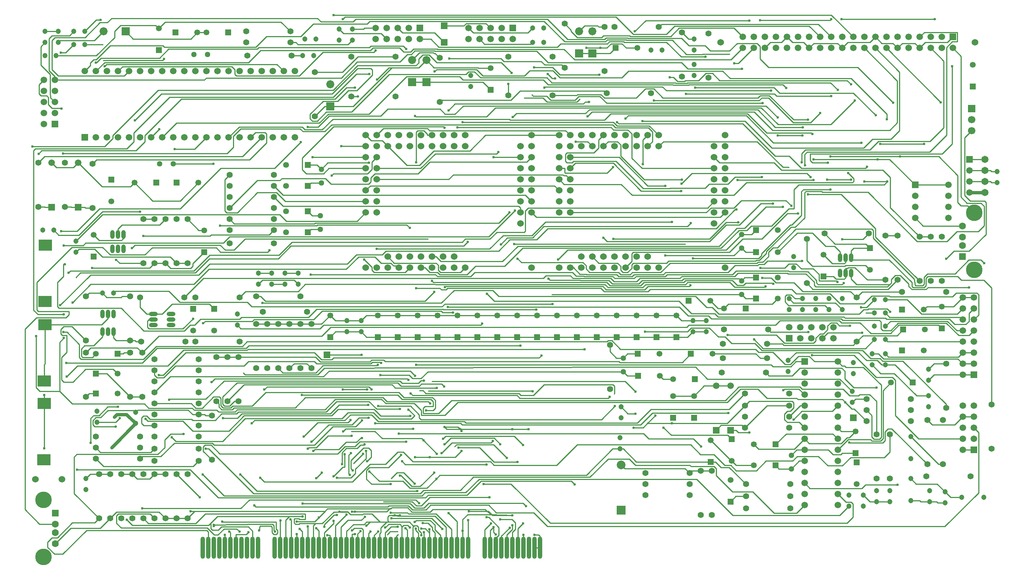
<source format=gbl>
G04*
G04 #@! TF.GenerationSoftware,Altium Limited,Altium Designer,19.1.7 (138)*
G04*
G04 Layer_Physical_Order=2*
G04 Layer_Color=16711680*
%FSLAX24Y24*%
%MOIN*%
G70*
G01*
G75*
%ADD14C,0.0100*%
%ADD65O,0.0400X0.2000*%
%ADD66C,0.0300*%
%ADD68C,0.0600*%
%ADD69C,0.0472*%
%ADD70C,0.0650*%
%ADD71C,0.0630*%
%ADD72R,0.0630X0.0630*%
%ADD73C,0.1496*%
%ADD74C,0.0531*%
%ADD75R,0.0531X0.0531*%
%ADD76R,0.0531X0.0531*%
%ADD77C,0.0551*%
%ADD78C,0.0591*%
%ADD79R,0.0591X0.0591*%
%ADD80R,0.0591X0.0591*%
%ADD81R,0.1200X0.1000*%
%ADD82O,0.0787X0.0394*%
%ADD83O,0.0787X0.0394*%
%ADD84O,0.0394X0.0787*%
%ADD85O,0.0394X0.0787*%
%ADD86C,0.0669*%
%ADD87R,0.0669X0.0669*%
%ADD88R,0.0728X0.0728*%
%ADD89C,0.0728*%
%ADD90R,0.0728X0.0728*%
%ADD91C,0.0512*%
%ADD92C,0.0787*%
%ADD93R,0.0787X0.0787*%
%ADD94C,0.0236*%
D14*
X69505Y65000D02*
X69507Y64998D01*
X69755Y64750D01*
X68750Y64998D02*
X69507D01*
X68253D02*
X68750D01*
X75380Y63760D02*
X75515D01*
X75750D01*
X74204Y64632D02*
X74256Y64630D01*
X73749Y64650D02*
X74204Y64632D01*
X73240Y64670D02*
X73749Y64650D01*
X73750Y64680D02*
X74206D01*
X73250D02*
X73750D01*
X73240Y64670D02*
X73250Y64680D01*
X73125Y64555D02*
X73240Y64670D01*
X73000Y64070D02*
X73250D01*
X72410D02*
X73000D01*
X71510D02*
X72410D01*
X71190D02*
X71510D01*
X65150Y63940D02*
X66570D01*
X111626Y96920D02*
X117404D01*
X98798Y73020D02*
X103820D01*
X96592Y73000D02*
X98798Y73020D01*
X98798Y73020D01*
X96592Y73000D02*
X96592Y73000D01*
X97302Y73708D01*
X96222Y72630D02*
X96592Y73000D01*
X118290Y85380D02*
X118500Y85590D01*
X119452Y97170D02*
X122940D01*
X92330Y107000D02*
X92927D01*
X91080D02*
X92330D01*
X84380Y72470D02*
X85860D01*
X79779D02*
X79780D01*
X79640D02*
X79779D01*
X79780D02*
X84380D01*
X78440D02*
X79640D01*
X79779Y72331D02*
X79780Y72330D01*
X79640Y72470D02*
X79779Y72331D01*
X79434Y72676D02*
X79640Y72470D01*
X82500Y64760D02*
X82590Y64670D01*
X82220Y65040D02*
X82500Y64760D01*
X82466D02*
X82590Y64670D01*
X82080Y65040D02*
X82466Y64760D01*
X79779Y70509D02*
X79780Y70510D01*
X79210Y69940D02*
X79779Y70509D01*
X82080Y65040D02*
X82220D01*
X80460D02*
X82080D01*
X80340Y64760D02*
X82466D01*
X82500D01*
X79880Y63270D02*
Y64300D01*
Y61750D02*
Y63270D01*
X73218Y105228D02*
X73493D01*
X75584Y69940D02*
X76909D01*
X73279Y65270D02*
X73390D01*
X67660D02*
X73279D01*
X76880Y63090D02*
Y63410D01*
X70130Y65000D02*
X73009D01*
X69880D02*
X70130D01*
X55290Y65040D02*
X55640D01*
X66880Y64490D02*
X67430Y65040D01*
X67660Y65270D01*
X66510Y64120D02*
X66880Y64490D01*
X57380Y63814D02*
X57464D01*
X57380Y63730D02*
X57464Y63814D01*
X114230Y75170D02*
X114480Y74920D01*
X43444Y75910D02*
Y80364D01*
Y75906D02*
Y75910D01*
X57700Y64580D02*
X64210D01*
X57114Y63994D02*
X57700Y64580D01*
X56900Y63780D02*
X57114Y63994D01*
X115000Y87830D02*
X118460D01*
X43780Y86330D02*
Y87430D01*
X77500Y67990D02*
X77823Y68313D01*
X76644Y67134D02*
X77500Y67990D01*
X68750Y65000D02*
X69505D01*
X70880Y64800D02*
X71680D01*
X72410Y64070D01*
X76059Y67313D02*
X77296Y68550D01*
X75280Y67313D02*
X76059D01*
X74313Y68280D02*
X75280Y67313D01*
X74210Y68280D02*
X74313D01*
X73125Y64195D02*
Y64555D01*
Y64195D02*
X73250Y64070D01*
X75750Y63760D02*
X75883Y63627D01*
X78380Y61750D02*
Y63631D01*
X77381Y64630D02*
X78380Y63631D01*
X74256Y64630D02*
X77381D01*
X73250Y64070D02*
X75070D01*
X73240Y64670D02*
X73750D01*
X69380Y61750D02*
Y63240D01*
X70000Y63860D01*
X70980D01*
X71190Y64070D01*
X75070D02*
X75380Y63760D01*
X75883Y63337D02*
X76130Y63090D01*
X68980Y69313D02*
Y70362D01*
X69354Y70736D01*
X70332D01*
X70639Y71042D01*
X70942D01*
X71000Y71100D01*
X103820Y73020D02*
X105400Y74600D01*
X96222Y72630D02*
X96592Y73000D01*
X95343Y72630D02*
X96222D01*
X98798Y73000D02*
Y73020D01*
X54700Y84400D02*
X56451Y86151D01*
X77317D01*
X77333Y86135D01*
X87190D01*
X87426Y86372D01*
X89635D01*
X89842Y86164D01*
X90676D01*
X90705Y86135D01*
X93278D01*
X93576Y85836D01*
X95622D01*
X95921Y86135D01*
X99517D01*
X99696Y86314D01*
X104484D01*
X104770Y86600D01*
X109256D01*
X109300Y86556D01*
X110924D01*
X111674Y85806D01*
Y85502D02*
Y85806D01*
Y85502D02*
X111796Y85380D01*
X118290D01*
X118650Y86060D02*
X119000Y86410D01*
X120222Y85416D02*
Y85638D01*
Y85416D02*
X120500Y85138D01*
X115000Y86090D02*
Y86600D01*
Y86090D02*
X115500Y85590D01*
X118500D01*
X118650Y85740D01*
Y86060D01*
X119000Y86410D02*
X119450D01*
X120222Y85638D01*
X120500Y85138D02*
X121790D01*
X121962Y85310D01*
X125670D01*
X84880Y61750D02*
Y63470D01*
X85350Y63940D01*
X84534Y71856D02*
X85350Y71040D01*
X78346Y71856D02*
X84534D01*
X78109Y71620D02*
X78346Y71856D01*
X82699Y69500D02*
X84853D01*
X81399Y70800D02*
X82699Y69500D01*
X79520Y70800D02*
X81399D01*
X78230Y71102D02*
X78798Y71670D01*
X82750D01*
X83290Y71130D01*
Y64310D02*
X84340D01*
X84650Y64000D01*
Y63430D02*
Y64000D01*
X84380Y63160D02*
X84650Y63430D01*
X84380Y61750D02*
Y63160D01*
X78880Y61750D02*
Y63419D01*
X77481Y64818D02*
X78880Y63419D01*
X74998Y64818D02*
X77481D01*
X74886Y64930D02*
X74998Y64818D01*
X73380Y64930D02*
X74886D01*
X72880Y61750D02*
Y63110D01*
X73410Y63640D01*
X74000D01*
X62680Y63897D02*
X62827Y63750D01*
Y63273D02*
X62900Y63200D01*
X57464Y63814D02*
X61384Y63897D01*
X62680D01*
X62827Y63273D02*
Y63750D01*
X79880Y64300D02*
X80340Y64760D01*
X82500D02*
X84380Y64670D01*
X42050Y70750D02*
Y74800D01*
X82590Y64670D02*
X84380D01*
X73390Y65270D02*
X73502Y65382D01*
X81910Y65210D02*
X82080Y65040D01*
X74897Y65382D02*
X75282Y64997D01*
X76960D01*
X73502Y65382D02*
X74897D01*
X78234Y72676D02*
X78440Y72470D01*
X67630Y62880D02*
X67880D01*
Y61750D02*
Y62880D01*
X55000Y64400D02*
X55640Y65040D01*
X67430D01*
X77173Y65210D02*
X81910D01*
X70880Y61750D02*
Y63377D01*
X70750Y63507D02*
X70880Y63377D01*
X70070Y63507D02*
X70750D01*
X69880Y63317D02*
X70070Y63507D01*
X64880Y61750D02*
Y62970D01*
Y64120D02*
X66510D01*
X76960Y64997D02*
X77173Y65210D01*
X83880Y61750D02*
Y62920D01*
X84380Y63420D01*
Y63790D01*
X73009Y65000D02*
X73279Y65270D01*
X73502Y65382D01*
X79779Y72331D02*
Y72470D01*
X79434Y72676D02*
X79779Y72470D01*
X78234Y72676D02*
X79434D01*
X76909Y69940D02*
X79210D01*
X76500Y63470D02*
X76880Y63090D01*
X76130Y63470D02*
X76500D01*
X76880Y61750D02*
Y63090D01*
X74380Y61750D02*
Y63625D01*
X74250Y63890D02*
X74380Y63625D01*
X73200Y63890D02*
X74250D01*
X72880Y63570D02*
X73200Y63890D01*
X73493Y105228D02*
X75928D01*
X69965Y101700D02*
X73493Y105228D01*
X67900Y101700D02*
X69965D01*
X56410Y70490D02*
X57200Y69700D01*
X56410Y70490D02*
Y70875D01*
X56573Y71038D01*
X57142D01*
X57927Y70253D01*
X68583D01*
X69244Y70914D01*
X70144D01*
X70580Y71350D01*
X74783D01*
X41320Y76250D02*
Y80900D01*
Y76250D02*
X41660Y75910D01*
X43444D01*
X44580Y74770D01*
X51100D02*
X51474Y74396D01*
X55420D01*
X55606Y74210D01*
X57650D01*
X57801Y74059D02*
X59310D01*
X59489Y74238D02*
X67430D01*
X68361Y75169D02*
X72560D01*
X72929Y74800D01*
X75510D02*
X76140Y74170D01*
Y73750D02*
Y74170D01*
X79450Y74910D02*
X103810D01*
X105010Y76110D02*
X106590D01*
X107410Y75290D01*
X110090D01*
X110210Y75170D01*
X43444Y80364D02*
X43820Y80740D01*
X43444Y75906D02*
X44580Y74770D01*
X51100D01*
X57650Y74210D02*
X57801Y74059D01*
X59310D02*
X59489Y74238D01*
X67430D02*
X68361Y75169D01*
X72929Y74800D02*
X75510D01*
X76140Y73750D02*
X78290D01*
X79450Y74910D01*
X103810D02*
X105010Y76110D01*
X110210Y75170D02*
X114230D01*
X115080Y74320D02*
X115280D01*
X116400Y73200D01*
X59380Y61750D02*
Y62950D01*
X60310D01*
X60520Y63160D01*
X63880Y61750D02*
Y64250D01*
X64210Y64580D01*
X65407D01*
X75149Y65739D02*
X75534Y65354D01*
X84000Y102700D02*
Y103750D01*
X63380Y64180D02*
X63416Y64216D01*
X63380Y61750D02*
Y64180D01*
X51596Y64804D02*
X52000Y64400D01*
X48754Y64804D02*
X51596D01*
X48590Y64640D02*
X48754Y64804D01*
X48590Y63960D02*
Y64640D01*
Y63960D02*
X49000Y63550D01*
X56770D01*
X57410Y62910D01*
X57750D01*
X58297Y63457D01*
X59443D01*
X59700Y63200D01*
X54000Y68400D02*
X56100Y66300D01*
X58130Y64130D02*
X58184Y64076D01*
X63014D01*
Y63457D02*
Y64076D01*
Y63457D02*
X63147Y63324D01*
Y63098D02*
Y63324D01*
X63002Y62953D02*
X63147Y63098D01*
X62798Y62953D02*
X63002D01*
X62649Y63102D02*
X62798Y62953D01*
X62649Y63102D02*
Y63620D01*
X62550Y63719D02*
X62649Y63620D01*
X61561Y63719D02*
X62550D01*
X61480Y63310D02*
X61561Y63719D01*
X69050Y109620D02*
X69240Y109810D01*
X93733D01*
X95299Y108244D01*
X98314D01*
X99053Y108983D01*
X111217D01*
X112200Y108000D01*
X76100Y87100D02*
X76480D01*
X76909Y86671D01*
X77619D01*
X77797Y86493D01*
X80283D01*
X81040Y87250D01*
X83673D01*
X85309Y88886D01*
X103256D01*
X104865Y90495D01*
X105585D01*
X105984Y90894D01*
X107811D01*
X109370Y92453D01*
X109857D01*
Y94187D01*
X110289Y94619D01*
X117999D01*
X118290Y94910D01*
X46700Y105690D02*
X46793D01*
X47194Y106091D02*
X52471D01*
X53291Y106911D01*
X61460Y107060D02*
X71457D01*
X71595Y107197D01*
X74503D01*
X73880Y61750D02*
Y62780D01*
X74060Y62960D01*
X45010Y68810D02*
X55246D01*
X57780Y66276D01*
X76520D01*
X76774Y66530D01*
X80293D01*
X81540Y67777D01*
X89713D01*
X90000Y67490D01*
X96171Y96471D02*
Y98671D01*
X96600Y99100D01*
X76170Y71640D02*
X76335Y71475D01*
X72600Y71640D02*
X76170D01*
X71957Y72283D02*
X72600Y71640D01*
X69813Y72283D02*
X71957D01*
X76335Y71475D02*
X77553Y70257D01*
X93048Y75298D02*
X93170Y75420D01*
X85057Y75298D02*
X93048D01*
X84813Y75543D02*
X85057Y75298D01*
X75368Y75543D02*
X84813D01*
X75191Y75720D02*
X75368Y75543D01*
X98050Y72630D02*
X98730Y71950D01*
X103834D01*
X104200Y71584D01*
X71630Y67520D02*
X73390D01*
X71190Y67960D02*
X71630Y67520D01*
X71190Y67960D02*
Y68750D01*
X71440Y69000D01*
X73167D01*
X74300Y70133D01*
X51000Y64400D02*
X51440Y63960D01*
X55730D01*
X56600Y64830D01*
X65660D01*
Y64330D02*
Y64830D01*
X65130Y64330D02*
X65660D01*
X65090Y64370D02*
X65130Y64330D01*
X64630Y64370D02*
X65090D01*
X64630Y64000D02*
Y64370D01*
Y64000D02*
X64760Y63870D01*
X65080D01*
X65150Y63940D01*
X67195D02*
X68253Y64998D01*
X76130Y62890D02*
Y63090D01*
X69755Y64750D02*
X70830D01*
X75883Y63337D02*
Y63627D01*
X66380Y61750D02*
Y63750D01*
X66570Y63940D01*
X67195D01*
X70830Y64750D02*
X70880Y64800D01*
X71190Y63750D02*
X71510Y64070D01*
X72380Y61750D02*
Y63020D01*
X72480Y63120D01*
Y63550D01*
X73000Y64070D01*
X74380Y63625D02*
X74545Y63790D01*
X74900D01*
X75110Y63580D01*
X72718Y65918D02*
X75328D01*
X75713Y65533D01*
X76135D01*
X76911Y66310D01*
X82300D01*
X74693Y69290D02*
X82050D01*
X74403Y69580D02*
X74693Y69290D01*
X92600Y89810D02*
X92930Y89480D01*
X102225D01*
X103725Y90980D01*
X104925D01*
X106855Y92910D01*
X107960D01*
X106770Y109500D02*
X113100D01*
X113200Y109600D01*
X114140D02*
X122570D01*
X87570Y104660D02*
X87980Y104250D01*
X77091Y64402D02*
X78030Y63464D01*
X73438Y64402D02*
X77091D01*
X58600Y79000D02*
X59600D01*
X57600D02*
X58600D01*
X59600D02*
X66594D01*
X66997Y78597D01*
X71503D01*
X71643Y78737D01*
X72753D01*
X72880Y78610D01*
X94020D01*
X94110Y78520D01*
X99736D01*
X100516Y79300D01*
X50700Y69800D02*
X50913Y70013D01*
X52593D01*
X53797Y71217D01*
X57244D01*
X57414Y71047D01*
X66467D01*
X68136Y72716D01*
X70216D01*
X70770Y73270D01*
X75380Y61750D02*
Y63625D01*
X75515Y63760D01*
X69400Y81300D02*
X70700D01*
X71184Y80816D01*
X72200D01*
X68384Y81300D02*
X69400D01*
X67900Y80816D02*
X68384Y81300D01*
X72200Y80816D02*
X74000D01*
X75800D01*
X77600D01*
X79400D01*
X81200D01*
X83000D01*
X84800D01*
X86600D01*
X88400D01*
X90200D01*
X92000D01*
X93800D01*
X95600D01*
X97400D01*
X79671Y86671D02*
X80100Y87100D01*
X77875Y86671D02*
X79671D01*
X77671Y86875D02*
X77875Y86671D01*
X77671Y86875D02*
Y87351D01*
X77493Y87530D02*
X77671Y87351D01*
X73670Y87530D02*
X77493D01*
X73100Y88100D02*
X73670Y87530D01*
X97400Y80816D02*
X99200D01*
X100216D01*
X100700Y81300D01*
X101900D01*
X82690Y63150D02*
X82880Y62960D01*
X82690Y63150D02*
Y63620D01*
X82380Y61750D02*
Y63310D01*
X82690Y63620D01*
X86100Y99100D02*
X88600D01*
X94200Y69259D02*
X94529Y68930D01*
X99970D01*
X100400Y68500D01*
X63854Y93100D02*
X71100D01*
X63044Y93910D02*
X63854Y93100D01*
X61320Y93910D02*
X63044D01*
X59500Y92090D02*
X61320Y93910D01*
X58550Y92090D02*
X59500D01*
X58390Y92250D02*
X58550Y92090D01*
X58390Y92250D02*
Y95090D01*
X58800Y95500D01*
X100400Y68500D02*
X100600Y68700D01*
X101400D01*
X102400D01*
X81960Y99100D02*
X86100D01*
X80530Y97670D02*
X81960Y99100D01*
X77280Y97670D02*
X80530D01*
X75980Y96370D02*
X77280Y97670D01*
X74830Y96370D02*
X75980D01*
X73100Y98100D02*
X74830Y96370D01*
X72600Y98600D02*
X73100Y98100D01*
X71600Y98600D02*
X72600D01*
X71100Y99100D02*
X71600Y98600D01*
X61400Y86600D02*
X62600D01*
X107400Y80200D02*
X108797D01*
X108900Y80097D01*
X115197D01*
X115500Y80400D01*
X77800Y102100D02*
X77996Y102296D01*
X84256D01*
X85070Y103110D01*
X92690D01*
X92900Y102900D01*
X115500Y80400D02*
X116065Y80965D01*
X119181D01*
X119716Y81500D01*
X116900Y78300D02*
X117690Y77510D01*
X118920D01*
X120930Y75500D01*
X122000D01*
X117220Y89880D02*
X121200Y85900D01*
X117220Y89880D02*
Y90660D01*
X114127Y93753D02*
X117220Y90660D01*
X111104Y93753D02*
X114127D01*
X49000Y68400D02*
X50000D01*
X50430Y67970D01*
X51570D01*
X52000Y68400D01*
X53000D01*
X58380Y61750D02*
Y62920D01*
X43100Y106300D02*
X46740D01*
X48400Y107960D01*
Y108500D01*
X48960Y109060D01*
X52124D01*
X52400Y108784D01*
X52976Y109360D01*
X63440D01*
X64300Y108500D01*
Y107500D02*
X64810D01*
X64990Y107320D01*
X69520D01*
X69900Y107700D01*
X66500Y104800D02*
X69014D01*
X70414Y106200D01*
X73800D01*
X87980Y104250D02*
X88230D01*
X88000Y102700D02*
X90190D01*
X90286Y102796D01*
X92394D01*
X92700Y102490D01*
X95589D01*
X96403Y103304D01*
X97164D01*
X97979Y102490D01*
X106578D01*
X106763Y102676D01*
X107625D01*
X109801Y100500D01*
X111104D01*
X118480Y96920D02*
X120800Y94600D01*
X117404Y96920D02*
X118480D01*
X120800Y94600D02*
X123800D01*
X118984Y78300D02*
X120584Y76700D01*
X118100Y78300D02*
X118984D01*
X117765D02*
X118100D01*
X117363Y78703D02*
X117765Y78300D01*
X116410Y78703D02*
X117363D01*
X115683Y79430D02*
X116410Y78703D01*
X110030Y79430D02*
X115683D01*
X109300Y78700D02*
X110030Y79430D01*
X120400Y71800D02*
X122900Y69300D01*
X123300D01*
X122850Y65800D02*
X123500D01*
X122750Y65900D02*
X122850Y65800D01*
X122100Y65900D02*
X122750D01*
X121300D02*
X122100D01*
X121200Y66000D02*
X121300Y65900D01*
X120400Y66000D02*
X121200D01*
X110300Y73100D02*
X110800Y72600D01*
X109250Y73100D02*
X110300D01*
X108990Y73360D02*
X109250Y73100D01*
X108990Y73360D02*
Y73840D01*
X109250Y74100D01*
X109500D01*
X109810Y74410D01*
Y74875D01*
X109675Y75010D02*
X109810Y74875D01*
X105810Y75010D02*
X109675D01*
X105400Y74600D02*
X105810Y75010D01*
X86380Y62920D02*
X86750D01*
X86880Y62790D01*
Y61750D02*
Y62790D01*
X86380Y61750D02*
X86880D01*
X45800Y79400D02*
X46260Y79860D01*
X50440D01*
X50900Y79400D01*
X51000Y91500D02*
X52000D01*
X50900Y79400D02*
X52410Y80910D01*
X67161D01*
X67961Y81710D01*
X100156D01*
X100356Y81910D01*
X108190D01*
X108583Y82303D01*
X113950D01*
X114129Y82124D01*
X115820D01*
X116800Y81144D01*
X118564D01*
X119320Y81900D01*
X122916D01*
X123200Y81616D01*
X123610Y87910D02*
X124310Y88610D01*
X125690D01*
X127208Y90128D01*
Y93000D01*
X127066Y93142D02*
X127208Y93000D01*
X125766Y93142D02*
X127066D01*
X125270Y93639D02*
X125766Y93142D01*
X125270Y93639D02*
Y98870D01*
X125900Y99500D01*
X56880Y61750D02*
Y63180D01*
X56731Y63329D02*
X56880Y63180D01*
X45880Y63329D02*
X56731D01*
X43721Y61170D02*
X45880Y63329D01*
X42966Y61170D02*
X43721D01*
X42340Y61796D02*
X42966Y61170D01*
X42340Y61796D02*
Y62250D01*
X42750Y62660D01*
X43250D01*
X44590Y64000D01*
X46600D01*
X47000Y64400D01*
X44750Y66650D02*
X47000Y64400D01*
X44750Y66650D02*
Y69960D01*
X44994Y70204D01*
X52324D01*
X52950Y70830D01*
Y71500D01*
X53490Y72040D01*
X54640D01*
X125700Y96900D02*
X127100D01*
X82694Y71084D02*
X83880Y69897D01*
X79339Y71084D02*
X82694D01*
X79160Y70905D02*
X79339Y71084D01*
X77980Y70314D02*
X78928Y71263D01*
X82452D01*
X82600Y71410D01*
X83380Y62800D02*
X84130Y63550D01*
X83380Y61750D02*
Y62800D01*
X82049Y64511D02*
X82238D01*
X83160Y63589D01*
Y62880D02*
Y63589D01*
X82880Y62600D02*
X83160Y62880D01*
X82880Y61750D02*
Y62600D01*
X80380Y61750D02*
Y64240D01*
X78600Y64890D02*
X79380Y64110D01*
Y61750D02*
Y64110D01*
X73419Y68031D02*
X73420Y68030D01*
X73930Y68540D01*
X74550D01*
X75530Y67560D01*
Y64070D02*
X75684Y64224D01*
X76956D01*
X77377Y63803D01*
Y63393D02*
Y63803D01*
Y63393D02*
X77880Y62890D01*
Y61750D02*
Y62890D01*
X71880Y61750D02*
Y62875D01*
X72230Y63225D01*
X71380Y61750D02*
Y63050D01*
X71543Y63213D01*
X70380Y61750D02*
Y63000D01*
X70630Y63250D01*
X69880Y61750D02*
Y62970D01*
X70130D01*
X68380Y61750D02*
Y63750D01*
X69380Y64750D01*
X69593Y68427D02*
X69680Y68340D01*
X69593Y68427D02*
Y70138D01*
X69770Y70314D01*
X70016Y69387D02*
X70890Y70261D01*
X67380Y61750D02*
Y63105D01*
X68210Y63935D01*
Y64180D01*
Y68215D02*
X69060Y69065D01*
X69228D01*
Y70206D01*
X67380Y63660D02*
Y63857D01*
X68253Y64730D01*
X68500D01*
Y68089D02*
X69785D01*
X70187Y68491D01*
Y68867D01*
X71140Y69820D01*
Y70518D01*
X66880Y61750D02*
Y63280D01*
X66630Y63530D02*
X66880Y63280D01*
X66630Y68060D02*
X67130Y68560D01*
X66380Y70500D02*
X66526Y70646D01*
X68691D01*
X69356Y71311D01*
X70281D01*
X70662Y71692D01*
X70770D01*
X65880Y61750D02*
Y63690D01*
Y70720D02*
X65984Y70824D01*
X66646D01*
X67711Y71890D01*
X69850D01*
X66220Y71340D02*
X67774Y72894D01*
X69874D01*
X70500Y73520D01*
X71380D01*
X110800Y67600D02*
X111290Y67110D01*
X115980D01*
X116310Y67440D01*
X119220D01*
X117660Y98310D02*
X121610D01*
X81880Y63380D02*
X82440Y63940D01*
X81880Y61750D02*
Y63380D01*
X69772Y68906D02*
X69940Y68738D01*
X69772Y68906D02*
Y69637D01*
X70905Y70770D01*
X71390D01*
X71620Y70540D01*
Y69946D02*
Y70540D01*
X71254Y69580D02*
X71620Y69946D01*
X86340Y105250D02*
X88020D01*
X88690Y104580D01*
X92250D01*
X90100Y98529D02*
X91171D01*
X91600Y98100D01*
X65521Y71830D02*
X66785Y73094D01*
X69524D01*
X69750Y73320D01*
X79420Y99800D02*
X93305D01*
X93508Y99597D01*
X94824D01*
X95171Y99250D01*
Y97029D02*
Y99250D01*
Y97029D02*
X96100Y96100D01*
X102600D01*
X84536Y89244D02*
X100006D01*
X64200Y78000D02*
X64630Y78430D01*
X65770D01*
X66200Y78000D01*
X43050Y62122D02*
X44435Y63507D01*
X47107D01*
X48000Y64400D01*
X48583Y64983D01*
X52417D01*
X53000Y64400D01*
X54000D02*
X55000D01*
X53000D02*
X54000D01*
X42050Y74800D02*
Y75570D01*
X42055Y76850D02*
Y78340D01*
X42105Y78390D01*
Y81950D01*
X47250D01*
X47800Y82500D01*
Y82900D01*
X48300Y80750D02*
Y81300D01*
Y80750D02*
X48550Y80500D01*
X49800D01*
X50250D01*
X50350Y80400D01*
X50800D01*
X50216Y94800D02*
X51856Y93160D01*
X54344D01*
X55984Y94800D01*
X49856Y94440D02*
X50216Y94800D01*
X47268Y94440D02*
X49856D01*
X45100Y96608D02*
X47268Y94440D01*
X44662Y96170D02*
X45100Y96608D01*
X43138Y96170D02*
X44662D01*
X42700Y96608D02*
X43138Y96170D01*
X84800Y82784D02*
X86600D01*
X88400D01*
X83000D02*
X84800D01*
X88400D02*
X90200D01*
X81200D02*
X83000D01*
X90200D02*
X92000D01*
X50300Y74000D02*
X50517Y74217D01*
X55059D01*
X55476Y73800D01*
X56000D01*
X79400Y82784D02*
X81200D01*
X92000D02*
X93800D01*
X77600D02*
X79400D01*
X93800D02*
X95600D01*
X75800D02*
X77600D01*
X95600D02*
X97400D01*
X56000Y73800D02*
X56550D01*
X56650Y73700D01*
X57200D01*
X74000Y82784D02*
X75800D01*
X97400D02*
X99200D01*
X72200D02*
X74000D01*
X55884Y108400D02*
X56716D01*
X99200Y82784D02*
X99684Y82300D01*
X100700D01*
X50110Y74190D02*
X50300Y74000D01*
X47805Y74190D02*
X50110D01*
X47150Y73535D02*
X47805Y74190D01*
X46715Y73535D02*
X47150D01*
X46430Y73250D02*
X46715Y73535D01*
X46430Y72875D02*
Y73250D01*
Y72875D02*
X46605Y72700D01*
X48500D01*
X71184Y82784D02*
X72200D01*
X70700Y82300D02*
X71184Y82784D01*
X100700Y82300D02*
X101900D01*
X55304Y107820D02*
X55884Y108400D01*
X50080Y107820D02*
X55304D01*
X49400Y108500D02*
X50080Y107820D01*
X69400Y82300D02*
X70700D01*
X68384D02*
X69400D01*
X67900Y82784D02*
X68384Y82300D01*
X43580Y101560D02*
X43610Y101530D01*
X42750Y101560D02*
X43580D01*
X42424Y101886D02*
X42750Y101560D01*
X42424Y101886D02*
Y102520D01*
X42274Y102670D02*
X42424Y102520D01*
X41750Y102670D02*
X42274D01*
X41570Y102850D02*
X41750Y102670D01*
X41570Y102850D02*
Y103670D01*
X42000Y104100D01*
X67116Y82000D02*
X67900Y82784D01*
X66200Y82000D02*
X67116D01*
X65200D02*
X66200D01*
X102284Y84100D02*
X102984Y83400D01*
X103516D01*
X64200Y82000D02*
X65200D01*
X63200D02*
X64200D01*
X62200D02*
X63200D01*
X102484Y79300D02*
X102920D01*
X102950Y79330D01*
X106389D01*
X106819Y78900D01*
X107400D01*
X103516Y83400D02*
X103916Y83800D01*
X107884D01*
X108384Y84300D01*
X61200Y82000D02*
X62200D01*
X102800Y76408D02*
X104100D01*
X63800Y86600D02*
X65000D01*
X101724Y76408D02*
X102800D01*
X100800Y75484D02*
X101724Y76408D01*
X98900Y75484D02*
X100800D01*
X69030Y76080D02*
X71254D01*
X108384Y88500D02*
X110144Y90260D01*
X111500D01*
X112700Y89060D01*
X113500D01*
X114000Y88560D01*
Y88000D02*
Y88560D01*
X98000Y77000D02*
X98916D01*
X97700Y77300D02*
X98000Y77000D01*
X102300Y71484D02*
X104169Y69616D01*
X104200D01*
X66500Y100800D02*
X67400Y101700D01*
X67900D01*
X104200Y69616D02*
X104616Y69200D01*
X106216D01*
X94808Y73892D02*
X95498D01*
X94200Y74500D02*
X94808Y73892D01*
X75928Y105228D02*
X76600Y105900D01*
X72140Y104150D02*
X73218Y105228D01*
X106216Y71100D02*
X106636Y70680D01*
X109880D01*
X110800Y71600D01*
X76600Y105900D02*
X77278Y105222D01*
X81284D01*
X81322Y105184D01*
X82400D01*
X110800Y71600D02*
X111224Y71176D01*
X114106D01*
X114646Y71716D01*
X114831D01*
X115400Y72284D01*
X114116D02*
X115400D01*
X113800Y72600D02*
X114116Y72284D01*
X115100Y74900D02*
X115400Y75200D01*
X116400D01*
X116100Y66500D02*
X116700Y65900D01*
X117300D01*
X118500D01*
X120400Y68000D02*
X120870Y67530D01*
X122770D01*
X123500Y66800D01*
X124000Y66300D01*
X125000D01*
X121900Y73300D02*
X122330Y72870D01*
X124370D01*
X125100Y73600D01*
X126100D01*
X94273Y107395D02*
X94667Y107000D01*
X92927D02*
X93321Y107395D01*
X94273D01*
X94667Y107000D02*
X95684D01*
X122000Y76900D02*
X122500Y77400D01*
X125100D01*
X126100D01*
X121584Y83300D02*
X121869Y83584D01*
X123200D01*
X124284D01*
X125100Y84400D01*
X126100D01*
X121522Y90878D02*
X125086D01*
X120800Y91600D02*
X121522Y90878D01*
X125700Y94900D02*
X127100D01*
X118100Y90000D02*
X119200D01*
X127100Y94900D02*
X127600D01*
X127700Y94800D01*
X128200D01*
X125538Y92701D02*
X126153Y92087D01*
X124958Y92701D02*
X125538D01*
X124660Y93000D02*
X124958Y92701D01*
X124660Y93000D02*
Y95450D01*
X122940Y97170D02*
X124660Y95450D01*
X113152Y97170D02*
X119452D01*
X123700Y107500D02*
X124200Y108000D01*
X121700Y107500D02*
X123700D01*
X121200Y107000D02*
X121700Y107500D01*
X120770Y107430D02*
X121200Y107000D01*
X119630Y107430D02*
X120770D01*
X119200Y107000D02*
X119630Y107430D01*
X118770D02*
X119200Y107000D01*
X117770Y107430D02*
X118770D01*
X117200Y108000D02*
X117770Y107430D01*
X116700Y107500D02*
X117200Y108000D01*
X114700Y107500D02*
X116700D01*
X114200Y107000D02*
X114700Y107500D01*
X113770Y107430D02*
X114200Y107000D01*
X111630Y107430D02*
X113770D01*
X111200Y107000D02*
X111630Y107430D01*
X110700Y107500D02*
X111200Y107000D01*
X109700Y107500D02*
X110700D01*
X109200Y108000D02*
X109700Y107500D01*
X108700D02*
X109200Y108000D01*
X107700Y107500D02*
X108700D01*
X107200Y107000D02*
X107700Y107500D01*
X64380Y61750D02*
Y64220D01*
X64300Y64300D02*
X64380Y64220D01*
X43784Y81270D02*
X44101D01*
X45217Y80154D01*
Y78975D02*
Y80154D01*
Y78975D02*
X45375Y78817D01*
X50996D01*
X52175Y79996D01*
X59971D01*
X60395Y80420D01*
X92948D01*
X93033Y80504D01*
X93367D01*
X94152Y79720D01*
X106367D01*
X106649Y79438D01*
X107942D01*
X109045Y78335D01*
X109500D01*
X110255Y79090D01*
X111218D01*
X111708Y78600D01*
X113800D01*
X114191Y78209D01*
X114409D01*
X114536Y78081D01*
X116119D01*
X117730Y76470D01*
Y71750D02*
Y76470D01*
X117570Y71590D02*
X117730Y71750D01*
X117090Y71590D02*
X117570D01*
X116890Y71790D02*
X117090Y71590D01*
X116890Y71790D02*
Y73710D01*
X116400Y74200D02*
X116890Y73710D01*
X114480Y74920D02*
X115080Y74320D01*
X68880Y61750D02*
Y63620D01*
X69500Y64240D01*
X70720D01*
X71030Y64550D01*
X58880Y61750D02*
Y63110D01*
X58780Y63210D02*
X58880Y63110D01*
X60880Y61750D02*
Y63256D01*
X60500Y63636D02*
X60880Y63256D01*
X58070Y63636D02*
X60500D01*
X57780Y63346D02*
X58070Y63636D01*
X57252Y63346D02*
X57780D01*
X57114Y63484D02*
X57252Y63346D01*
X57114Y63484D02*
Y63994D01*
X49500Y64280D02*
X50000Y63780D01*
X56900D01*
X65407Y65739D02*
X75149D01*
X76816Y65784D02*
X85336D01*
X75534Y65354D02*
X76386D01*
X76816Y65784D01*
X85336D02*
X85597Y65523D01*
X85380Y61750D02*
Y62920D01*
X61570Y68090D02*
X61930Y67730D01*
X69900D01*
X71500Y69330D01*
X72920D01*
X74020Y70430D01*
X74500D01*
X75390Y69540D01*
X82400D01*
X82720Y69220D01*
X88370D01*
X90230Y71080D01*
X100500D01*
X101390Y70190D01*
X102610D01*
X103580Y69220D01*
X104130D01*
X104620Y68730D01*
X106440D01*
X107310Y69600D01*
X109700D01*
X110130Y70030D01*
X112060D01*
X112920Y69170D01*
X114220D01*
X114970Y69920D01*
X118000D01*
X118500Y70420D01*
Y72000D01*
X65360Y75580D02*
X74014D01*
X74408Y75185D01*
X77020D01*
X77210Y74995D01*
Y74540D02*
Y74995D01*
X76485Y74540D02*
X77210D01*
X76320Y74375D02*
X76485Y74540D01*
X76320Y73930D02*
Y74375D01*
Y73930D02*
X77720D01*
X78880Y75090D01*
X103630D01*
X104860Y76320D01*
X110380D01*
X110582Y76118D01*
X114287D01*
X114875Y75530D01*
X115690D01*
X115770Y75610D01*
X116690D01*
X117300Y75000D01*
Y72000D02*
Y75000D01*
X53710Y96500D02*
X57340D01*
X53850Y97860D02*
X55660D01*
X56700Y98900D01*
X113970Y77030D02*
X115100Y75900D01*
X102000Y77030D02*
X113970D01*
X100930Y78100D02*
X102000Y77030D01*
X94220Y78100D02*
X100930D01*
X67377Y78011D02*
X94220Y78100D01*
X66783Y77417D02*
X67377Y78011D01*
X60225Y77417D02*
X66783D01*
X60052Y77590D02*
X60225Y77417D01*
X108495Y68890D02*
X109600D01*
X108184Y69200D02*
X108495Y68890D01*
X109600D02*
X110310Y69600D01*
X110800D01*
X109600Y70110D02*
X110090Y70600D01*
X110800D01*
X112952D01*
X113376Y70176D01*
X114084D01*
X114224Y70316D01*
X115400D01*
X108184Y71100D02*
X109134Y72050D01*
X113350D01*
X113800Y71600D01*
Y70600D02*
X114737Y71537D01*
X116764D01*
X116890Y71411D01*
X117681D01*
X117909Y71639D01*
Y75993D01*
X118616Y76700D01*
X88600Y96100D02*
X89110D01*
Y95710D02*
Y96100D01*
Y95710D02*
X89150Y95670D01*
X92950D01*
X93490Y96210D01*
X93216Y106500D02*
X93716Y107000D01*
X91600Y106500D02*
X93216D01*
X90400D02*
X91600D01*
X105100Y84690D02*
X105490Y84300D01*
X106416D01*
X87930Y84690D02*
X105100D01*
X87655Y86105D02*
X87774Y85986D01*
X90497D01*
X90526Y85956D01*
X93099D01*
X93398Y85657D01*
X95801D01*
X96100Y85956D01*
X99696D01*
X99869Y86129D01*
X104881D01*
X105100Y85910D01*
X105390Y86200D01*
X106416D01*
X66710Y96400D02*
X67100Y96010D01*
X65884Y96400D02*
X66710D01*
X67100Y96010D02*
X67690Y96600D01*
X71420D01*
X65884Y94500D02*
X66174Y94790D01*
X67100D01*
X68900Y98100D02*
X71100D01*
X65884Y90300D02*
X66174Y90590D01*
X67000D01*
X68030Y95450D02*
X68180Y95600D01*
X71270D01*
X71670Y96000D01*
Y96670D01*
X72100Y97100D01*
X89600D02*
X94040D01*
X96610Y94530D01*
X98210D01*
Y88207D02*
X104417D01*
X105100Y88890D01*
X105490Y88500D01*
X106416D01*
X88510Y87840D02*
X89377Y88707D01*
X103697D01*
X105100Y90110D01*
X106026D01*
X106416Y90500D01*
X67790Y96100D02*
X71100D01*
X67310Y95620D02*
X67790Y96100D01*
X65750Y95620D02*
X67310D01*
X65380Y95990D02*
X65750Y95620D01*
X65380Y95990D02*
Y97044D01*
X68222Y99886D01*
X78153D01*
X78260Y99779D01*
X75300Y103900D02*
X76600D01*
X81716D01*
X82400Y103216D01*
X78610Y101360D02*
X79188Y101938D01*
X90782D01*
X90964Y102120D01*
X91303D01*
X85440Y102470D02*
X87146D01*
X87499Y102117D01*
X90214D01*
X90467Y102370D01*
X65884Y92200D02*
X66274Y91810D01*
X67000D01*
X66300Y97100D02*
X71100D01*
X48880Y87500D02*
X51000D01*
X48560Y87820D02*
X48880Y87500D01*
X52490Y90990D02*
X53000Y91500D01*
X49070Y90990D02*
X52490D01*
X48700Y90620D02*
X49070Y90990D01*
X48700Y90100D02*
Y90620D01*
X46390Y87090D02*
X51590D01*
X52000Y87500D01*
X53000D01*
X46500Y90084D02*
X47014Y89570D01*
X49010D01*
X49200Y89760D01*
Y90100D01*
X53000Y87500D02*
X53463Y87037D01*
X55267D01*
X55479Y87250D01*
Y87495D01*
X56500Y88516D01*
X55000Y91500D02*
X56016Y90484D01*
X56500D01*
X45800Y75400D02*
X46100Y75700D01*
X46716D01*
X48684Y79300D02*
X49190D01*
X49290Y79400D01*
X49800D01*
X46411Y78996D02*
X46716Y79300D01*
X45525Y78996D02*
X46411D01*
X45396Y79125D02*
X45525Y78996D01*
X45396Y79125D02*
Y79750D01*
X45686Y80040D01*
X46500D01*
X47300Y80840D01*
Y81300D01*
X46716Y77500D02*
X47700D01*
X49800Y75400D01*
X50900D01*
X48284Y77900D02*
X48684Y77500D01*
X45790Y77900D02*
X48284D01*
X44640Y76750D02*
X45790Y77900D01*
X43820Y76750D02*
X44640D01*
X43623Y76947D02*
X43820Y76750D01*
X43623Y76947D02*
Y78990D01*
X44067Y79434D01*
Y80987D01*
X43668D02*
X44067D01*
X43530Y81125D02*
X43668Y80987D01*
X43530Y81125D02*
Y81500D01*
X43800Y81770D01*
X44530D01*
X45800Y80500D01*
X51500Y82400D02*
X51900D01*
X51370Y82270D02*
X51500Y82400D01*
X51370Y81700D02*
Y82270D01*
Y81700D02*
X51500Y81570D01*
X54580D01*
X55500Y82490D01*
X51300Y82900D02*
X51900D01*
X50700Y83500D02*
X51300Y82900D01*
X50700Y83500D02*
Y84400D01*
X51900Y82900D02*
X52700D01*
X53617Y83817D01*
X56967D01*
X57400Y83384D01*
X60800Y73020D02*
X61053Y73273D01*
X69226D01*
X69750Y73797D01*
X71640D01*
X72254Y73182D01*
X80057D01*
X80183Y73056D01*
X95666D01*
X96900Y74290D01*
X103990D01*
X105400Y75700D01*
X115000Y88000D02*
Y88634D01*
X115250Y88884D01*
X116700D01*
X116345Y89239D02*
X116700Y88884D01*
X113561Y89239D02*
X116345D01*
X112600Y90200D02*
X113561Y89239D01*
X115000Y87830D02*
Y88000D01*
X118460Y87830D02*
X120516Y85774D01*
Y85424D02*
Y85774D01*
Y85424D02*
X120624Y85317D01*
X121625D01*
X121783Y85475D01*
Y86153D01*
X121940Y86310D01*
X124640D01*
X124970Y85980D01*
X127000D01*
X127700Y85280D01*
Y74700D02*
Y85280D01*
X111000Y87760D02*
Y89700D01*
Y87760D02*
X111500Y87260D01*
X114454D01*
X114496Y87301D01*
X116315D01*
X116700Y86916D01*
X114500Y86195D02*
Y86600D01*
X114375Y86070D02*
X114500Y86195D01*
X113926Y86070D02*
X114375D01*
X113917Y86079D02*
X113926Y86070D01*
X113661Y86079D02*
X113917D01*
X113424Y86316D02*
X113661Y86079D01*
X112500Y86316D02*
X113424D01*
X114500Y86600D02*
Y87060D01*
X114670D01*
X114732Y87122D01*
X115350D01*
X116472Y86000D01*
X118100D01*
X112500Y88284D02*
X113314Y87470D01*
X114375D01*
X114500Y87595D01*
Y88000D01*
X114200Y89670D02*
X116070D01*
X116600Y90200D01*
X46700Y70800D02*
X47117Y70383D01*
X51683D01*
X52000Y70700D01*
X46800Y73100D02*
X48500D01*
X48870Y73470D01*
X64400Y106300D02*
X65400D01*
X100720Y87960D02*
X106640D01*
X106903Y88223D01*
Y88374D01*
X109496Y90967D01*
X109647D01*
X110520Y91840D01*
Y94000D01*
X110700Y94180D01*
X113152D01*
X107300Y77600D02*
X107570Y77330D01*
X109670D01*
X110370Y78030D01*
X114160D01*
X114440Y77750D01*
Y77060D02*
Y77750D01*
Y77060D02*
X115240Y76260D01*
X117300D01*
X69800Y102600D02*
X70397D01*
X46700Y69800D02*
X47400Y69100D01*
X55500D01*
X56000Y69600D01*
X46250Y71260D02*
Y73470D01*
X46500Y73720D01*
X47015D01*
X47795Y74500D01*
X48720D01*
X78200Y109000D02*
X79980D01*
X80210Y109230D01*
X81970D01*
X82400Y108800D01*
X74000D02*
X74430Y108370D01*
X77330D01*
X78200Y107500D01*
X116900Y79300D02*
X117480D01*
X117936Y78844D01*
X124656D01*
X125100Y78400D01*
X126100D01*
X118100Y79300D02*
X118378Y79022D01*
X124722D01*
X125100Y79400D01*
X126100D01*
X118100Y80600D02*
X118300Y80400D01*
X125100D01*
X118100Y81800D02*
X118566Y82266D01*
X123714D01*
X124580Y81400D01*
X125100D01*
X118100Y83000D02*
X118477Y82623D01*
X124877D01*
X125100Y82400D01*
X118100Y84200D02*
X120080D01*
X121375Y82906D01*
X124606D01*
X125100Y83400D01*
X41730Y107130D02*
X42100Y107500D01*
X41730Y105446D02*
Y107130D01*
Y105446D02*
X42570Y104606D01*
Y102736D02*
Y104606D01*
Y102736D02*
X42603Y102703D01*
Y102497D02*
Y102703D01*
Y102497D02*
X43000Y102100D01*
X43530Y106590D02*
X43990D01*
X44700Y107300D01*
X112400Y80700D02*
X112910Y81210D01*
X116020D01*
X81400Y107800D02*
X81860Y107340D01*
X86040D01*
X86200Y107500D01*
X80400Y108800D02*
X80830Y108370D01*
X85770D01*
X86200Y108800D01*
X76000Y107800D02*
X77000D01*
X77724Y107076D01*
X88436D01*
X88755Y107395D01*
X92964D01*
X93142Y107573D01*
X94451D01*
X94496Y107529D01*
X98301D01*
X99630Y106200D01*
X101840D01*
X79890Y100290D02*
X93510D01*
X93846Y99954D01*
X96746D01*
X97600Y99100D01*
X68700Y108700D02*
X69100Y108300D01*
X72500D01*
X73000Y107800D01*
X69900Y108700D02*
X70900D01*
X71000Y108800D01*
X72000D01*
X46400Y96500D02*
X46790Y96890D01*
X60610D01*
X62130Y98410D01*
Y99210D01*
X62000Y99340D02*
X62130Y99210D01*
X61140Y99340D02*
X62000D01*
X60700Y98900D02*
X61140Y99340D01*
X41500Y96600D02*
X42090Y97190D01*
X59990D01*
X61700Y98900D01*
X109400Y73600D02*
X110400Y74600D01*
X110800D01*
X108890Y76020D02*
X108980Y76110D01*
X110290D01*
X110800Y75600D01*
X75300Y105900D02*
X75972Y106572D01*
X77240D01*
X77280Y106531D01*
X77369D01*
X77800Y106100D01*
X51000Y89980D02*
X57030D01*
X57140Y90090D01*
X62390D01*
X62800Y90500D01*
X114840Y71290D02*
X114897Y71233D01*
X117884D01*
X118087Y71436D01*
Y72250D01*
X118344Y72506D01*
X118694D01*
X121900Y69300D01*
X78680Y106050D02*
X83346D01*
X83600Y105796D01*
X86994D01*
X87320Y105470D01*
X88830D01*
X89100Y105200D01*
X45800Y68000D02*
X46200Y68400D01*
X47000D01*
X48000D01*
X90400Y108500D02*
X90920Y109020D01*
X92090D01*
X92210Y108900D01*
X92700D01*
X41616Y63894D02*
X43050D01*
X40300Y65210D02*
X41616Y63894D01*
X40300Y65210D02*
Y81540D01*
X41340Y82580D01*
X44000D01*
X44270Y82850D01*
Y83150D01*
X41500Y83160D02*
X44270Y83150D01*
X41370Y83290D02*
X41500Y83160D01*
X41370Y83290D02*
Y85790D01*
X44531Y88951D01*
X47319D01*
X48000Y88270D01*
X51160D01*
X51810Y88920D01*
X57600D01*
X57990Y88530D01*
X62246D01*
X62396Y88680D01*
X59700Y84400D02*
X60260Y84960D01*
X65020D01*
X65660Y85600D01*
X89350Y85599D01*
X92741D01*
X93040Y85300D01*
X96159D01*
X96458Y85599D01*
X100053D01*
X100226Y85772D01*
X104049D01*
X104474Y85347D01*
X107207D01*
X107270Y85410D01*
X111000Y85700D02*
X111561Y85139D01*
X118339D01*
X119200Y86000D01*
X45800Y84500D02*
X46100Y84800D01*
X47300D01*
X47690Y84410D01*
X49000D01*
X49090Y84500D01*
X49800D01*
X44900Y88500D02*
X45173Y88773D01*
X46617D01*
X47320Y88070D01*
X53430D01*
X54000Y87500D01*
X55000D01*
X92600Y98100D02*
X93030Y98530D01*
X93890D01*
X94170Y98250D01*
Y97230D02*
Y98250D01*
Y97230D02*
X96310Y95090D01*
X99700D01*
X100300Y107800D02*
X100800D01*
X99700Y108400D02*
X100300Y107800D01*
X122000Y77900D02*
X122500Y78400D01*
X123600D01*
X96380Y81330D02*
X100210D01*
X100545Y81665D01*
X102185D01*
X103000Y80850D01*
X103620D01*
X104220Y80250D01*
X106317D01*
X106950Y79617D01*
X116048D01*
X116775Y78890D01*
X117630D01*
X117855Y78665D01*
X119675D01*
X123600Y74740D01*
Y74400D02*
Y74740D01*
X61400Y85600D02*
X61770Y85970D01*
X64630D01*
X65000Y85600D01*
X61200Y84500D02*
X61620D01*
X62030Y84090D01*
X76490D01*
X77310Y84910D01*
X57960Y90904D02*
X66664D01*
X66734Y90974D01*
X74826D01*
X75100Y90700D01*
X62600Y85600D02*
X63800D01*
X43300Y107500D02*
X43470Y107670D01*
X46570D01*
X47400Y108500D01*
X45700D02*
X46760Y109560D01*
X47150D01*
X51700Y98900D02*
X52440Y99640D01*
X52730Y105880D02*
X52880Y106030D01*
X47390Y105880D02*
X52730D01*
X42100Y108500D02*
X43300D01*
X66137Y86493D02*
X77418D01*
X77597Y86314D01*
X80628D01*
X80984Y86670D01*
X89814D01*
X90141Y86343D01*
X90854D01*
X90884Y86314D01*
X93456D01*
X93635Y86135D01*
X95386D01*
X95565Y86314D01*
X98207D01*
X98386Y86493D01*
X104277D01*
X104615Y86830D01*
X109345D01*
X109440Y86735D01*
X111115D01*
X111892Y85958D01*
Y85721D02*
Y85958D01*
Y85721D02*
X112040Y85573D01*
X114183D01*
X114330Y85720D01*
X101591Y106450D02*
X104010D01*
X101571Y106430D02*
X101591Y106450D01*
X100110Y106430D02*
X101571D01*
X98833Y107707D02*
X100110Y106430D01*
X94719Y107707D02*
X98833D01*
X94675Y107752D02*
X94719Y107707D01*
X92964Y107752D02*
X94675D01*
X92785Y107573D02*
X92964Y107752D01*
X89107Y107573D02*
X92785D01*
X87250Y109430D02*
X89107Y107573D01*
X71493Y109430D02*
X87250D01*
X71258Y109194D02*
X71493Y109430D01*
X66384Y109194D02*
X71258D01*
X65240Y108050D02*
X66384Y109194D01*
X62130Y108050D02*
X65240D01*
X61170Y107090D02*
X62130Y108050D01*
X52920Y107090D02*
X61170D01*
X52790Y107220D02*
X52920Y107090D01*
X48020Y107220D02*
X52790D01*
X46737Y105937D02*
X48020Y107220D01*
X46500Y105937D02*
X46737D01*
X46203Y105640D02*
X46500Y105937D01*
X46203Y105403D02*
Y105640D01*
X45700Y104900D02*
X46203Y105403D01*
X75680Y78330D02*
X107780D01*
X107960Y78150D01*
X109568D01*
X110018Y78600D01*
X110800D01*
X112630Y83670D02*
X113000Y83300D01*
X109360Y83670D02*
X112630D01*
X109030Y84000D02*
X109360Y83670D01*
X109030Y84000D02*
Y84500D01*
X109195Y84665D01*
X109575D01*
X109940Y84300D01*
X110600D01*
X113570Y83930D02*
X114200Y83300D01*
X109770Y83930D02*
X113570D01*
X109400Y84300D02*
X109770Y83930D01*
X60197Y89710D02*
X76740D01*
X59204Y88717D02*
X60197Y89710D01*
X58396Y88717D02*
X59204D01*
X57948Y89165D02*
X58396Y88717D01*
X50255Y89165D02*
X57948D01*
X49970Y88880D02*
X50255Y89165D01*
X103850Y81010D02*
X108242D01*
X108976Y80276D01*
X111625D01*
X111824Y80475D01*
Y80750D01*
X112204Y81130D01*
X112520D01*
X112890Y81500D01*
Y81840D01*
X113174Y82124D01*
X113696D01*
X113960Y81860D01*
X114910D01*
X76280Y63977D02*
X76750D01*
X77150Y63577D01*
Y63360D02*
Y63577D01*
Y63360D02*
X77380Y63130D01*
Y61750D02*
Y63130D01*
X65380Y61750D02*
Y63220D01*
X65160Y63440D02*
X65380Y63220D01*
X69070Y72280D02*
X69320Y72530D01*
X75405D01*
X44900Y89500D02*
X47310Y91910D01*
X63360D01*
X63938Y91332D01*
X70332D01*
X71100Y92100D01*
X59500Y81900D02*
X59804Y81596D01*
X66986D01*
X67310Y81920D01*
X81530D01*
X81650Y82040D01*
X48300Y84800D02*
X48490Y84990D01*
X53306D01*
X54300Y83996D01*
X60404D01*
X60820Y83580D01*
X78023D01*
X78270Y83827D01*
X87997D01*
X109326Y96220D02*
X109363Y96183D01*
X108830Y96220D02*
X109326D01*
X106520Y98530D02*
X108830Y96220D01*
X98030Y98530D02*
X106520D01*
X97600Y98100D02*
X98030Y98530D01*
X89100Y109200D02*
X89690Y108610D01*
Y108500D02*
Y108610D01*
Y108500D02*
X90240Y107950D01*
X92447D01*
X92606Y108109D01*
X94988D01*
X95032Y108065D01*
X98705D01*
X99445Y108804D01*
X104396D01*
X105200Y108000D01*
X97600Y108900D02*
X97862Y109162D01*
X112038D01*
X113200Y108000D01*
X46700Y104900D02*
X47498Y105698D01*
X60511D01*
X61602Y106790D01*
X71543D01*
X71771Y107018D01*
X74188D01*
X74543Y106663D01*
X75177D01*
X75443Y106929D01*
X77565D01*
X77597Y106897D01*
X89053D01*
X89997Y105953D01*
X104153D01*
X105200Y107000D01*
X104800Y105600D02*
X106200Y107000D01*
X104460Y105600D02*
X104800D01*
X109810Y73350D02*
X110560Y74100D01*
X113300D01*
X113800Y74600D01*
X49270Y104470D02*
X49700Y104900D01*
X43320Y104470D02*
X49270D01*
X42730Y105060D02*
X43320Y104470D01*
X42730Y105060D02*
Y107680D01*
X43000Y107950D01*
X45730D01*
X47090Y109310D01*
X47750D01*
X48130Y109690D01*
X66750D01*
X67067Y109373D01*
X69980D01*
X70217Y109610D01*
X87550D01*
X89390Y107770D01*
X92700D01*
X92861Y107931D01*
X94809D01*
X94853Y107886D01*
X99685D01*
X100351Y107220D01*
X101800D01*
X102270Y106750D01*
X104020D01*
X104700Y107430D01*
X106500D01*
X106770Y107160D01*
Y106030D02*
Y107160D01*
Y106030D02*
X107550Y105250D01*
X115600D01*
X118800Y102050D01*
X48700Y104900D02*
X49130Y105330D01*
X59000D01*
X59270Y105060D01*
Y104625D02*
Y105060D01*
Y104625D02*
X59425Y104470D01*
X65120D01*
X67260Y106610D01*
X71860D01*
X72020Y106770D01*
X77360Y104870D02*
X77534Y105044D01*
X81144D01*
X81700Y104487D01*
X85487D01*
X85940Y104940D01*
X88060D01*
X88670Y104330D01*
X94280D01*
X94880Y104930D01*
X103392D01*
X104085Y104237D01*
X115024D01*
X118250Y101012D01*
Y100540D02*
Y101012D01*
X65870Y99860D02*
X66822D01*
X67804Y100843D01*
X72493D01*
X73120Y101470D01*
X77830D01*
X78290Y101010D01*
X79180D01*
X79929Y101759D01*
X90960D01*
X90966Y101765D01*
X107315D01*
X108380Y100700D01*
Y99080D02*
X110598D01*
X50250Y100460D02*
X52650Y102860D01*
X68090D01*
X70377Y105147D01*
X71573D01*
X71720Y105000D01*
Y104550D02*
Y105000D01*
X70323Y103153D02*
X71720Y104550D01*
X69544Y103153D02*
X70323D01*
X68584Y102193D02*
X69544Y103153D01*
X67283Y102193D02*
X68584D01*
X66090Y101000D02*
X67283Y102193D01*
X66090Y100600D02*
Y101000D01*
Y100600D02*
X66294Y100396D01*
X66750D01*
X67561Y101207D01*
X69847D01*
X73250Y104610D01*
X80170D01*
X80425Y104865D01*
X80960D01*
X81525Y104300D01*
X87510D01*
X87947Y103863D01*
X99117D01*
X99163Y103817D01*
X100183D01*
X100222Y103857D01*
X113153D01*
X113800Y103210D01*
X77100Y85900D02*
X77221Y85779D01*
X90347Y85778D01*
X92920D01*
X93219Y85479D01*
X95980D01*
X96279Y85778D01*
X99875D01*
X100048Y85951D01*
X104295D01*
X104720Y85526D01*
X105276D01*
X105480Y85730D01*
X107890D01*
X107980Y85640D01*
X77100Y88100D02*
X77471D01*
X77900Y87671D01*
X83482D01*
X84876Y89065D01*
X103077D01*
X104686Y90674D01*
X105364D01*
X107310Y92620D01*
X108860D01*
X72100Y96100D02*
X76080D01*
X77400Y97420D01*
X82960D01*
X83110Y97570D01*
X84420Y100740D02*
X84750Y101070D01*
X90992D01*
X91330Y101408D01*
X106562D01*
X108150Y99820D01*
X110650D01*
X116200Y94910D02*
X118290D01*
X78280Y85350D02*
X78350Y85420D01*
X92563D01*
X92861Y85121D01*
X96337D01*
X96636Y85420D01*
X100370D01*
X100470Y85520D01*
X100920Y103420D02*
X108060D01*
X108550Y102930D01*
X115220D01*
X117250Y100900D01*
X110815Y96414D02*
X110848Y96380D01*
X110815Y96414D02*
Y97375D01*
X111035Y97596D01*
X122096D01*
X123630Y99130D01*
Y107050D01*
X124156Y107576D01*
X124624D01*
Y108430D01*
X121630D02*
X124624D01*
X121200Y108000D02*
X121630Y108430D01*
X110540Y96650D02*
Y97440D01*
X110874Y97774D01*
X116700D01*
X117486Y98560D01*
X122140D01*
X123370Y99790D01*
Y105830D01*
X122200Y107000D02*
X123370Y105830D01*
X94600Y87100D02*
X95171Y87671D01*
Y88375D01*
X95325Y88529D01*
X104009D01*
X105200Y89720D01*
X106951D01*
X109250Y92020D01*
X110200D01*
X97170Y102250D02*
X106683D01*
X106930Y102497D01*
X107546D01*
X109790Y100253D01*
X111353D01*
X112200Y101100D01*
X89600Y96100D02*
X90070Y96570D01*
X93500D01*
X96020Y94050D01*
X99630D01*
X100090Y102839D02*
X100105Y102854D01*
X108070D01*
X108275Y102650D01*
X113200D01*
X88600Y95100D02*
X89040Y94660D01*
X94220D01*
X95210Y93670D01*
X104410D01*
X105540Y94800D01*
X115125D01*
X115250Y94925D01*
Y95195D01*
X114750Y95695D02*
X115250Y95195D01*
X91171Y100820D02*
X91580Y101229D01*
X106251D01*
X107921Y99559D01*
X118500D01*
X119190Y100249D01*
Y104010D01*
X116200Y107000D02*
X119190Y104010D01*
X96160Y100380D02*
X105420D01*
X107840Y97960D01*
X116160D01*
X116950Y98750D01*
X118600D01*
X119370Y99520D01*
Y104830D01*
X117200Y107000D02*
X119370Y104830D01*
X112860Y95070D02*
X115000D01*
X111500Y96630D02*
X112896D01*
X111304Y96826D02*
X111500Y96630D01*
X111304Y96826D02*
Y97393D01*
X111328Y97417D01*
X123237D01*
X124130Y98310D01*
Y105350D01*
X95460Y108500D02*
X96440Y109480D01*
X105820D01*
X92170Y98670D02*
X92600Y99100D01*
X92170Y97950D02*
Y98670D01*
X91750Y97530D02*
X92170Y97950D01*
X89325Y97530D02*
X91750D01*
X89170Y97375D02*
X89325Y97530D01*
X89170Y96750D02*
Y97375D01*
Y96750D02*
X89320Y96600D01*
X89770D01*
X89920Y96750D01*
X93755D01*
X96225Y94280D01*
X98610D01*
X98630Y94300D01*
X101800D01*
X102170Y94670D01*
X103875D01*
X104515Y95310D01*
X106950D01*
X113211Y109989D02*
X115200Y108000D01*
X68204Y109989D02*
X113211D01*
X70980Y87850D02*
X71670Y87160D01*
Y86875D02*
Y87160D01*
Y86875D02*
X71874Y86671D01*
X74671D01*
X75100Y87100D01*
X75570Y100840D02*
X75618Y100792D01*
X82042D01*
X82831Y101581D01*
X91150D01*
X91156Y101586D01*
X106884D01*
X108396Y100074D01*
X113184D01*
X115360Y102250D01*
X87270Y103400D02*
X87360Y103490D01*
X97960D01*
X98300Y103150D01*
X107770D01*
X107000Y102000D02*
X107019Y102019D01*
X92900Y102000D02*
X107000D01*
X92283Y102617D02*
X92900Y102000D01*
X90362Y102617D02*
X92283D01*
X90041Y102296D02*
X90362Y102617D01*
X87833Y102296D02*
X90041D01*
X87468Y102660D02*
X87833Y102296D01*
X86260Y102660D02*
X87468D01*
X86140Y102780D02*
X86260Y102660D01*
X50910Y65310D02*
X59820D01*
X60607Y66097D01*
X75643D01*
X75960Y65780D01*
X76380Y61750D02*
Y63160D01*
X84850Y87930D02*
X85200Y87580D01*
X90750D01*
X91030Y87300D01*
Y87000D02*
Y87300D01*
Y87000D02*
X91359Y86671D01*
X93993D01*
X94171Y86493D01*
X95029D01*
X95207Y86671D01*
X97778D01*
X98636Y87529D01*
X106509D01*
X106583Y87603D01*
X107016D01*
X107542Y88129D01*
Y88505D01*
X107959Y88921D01*
X108332D01*
X110020Y90610D01*
X116875D01*
X117010Y90475D01*
Y89780D02*
Y90475D01*
Y89780D02*
X120700Y86090D01*
X120800Y85496D01*
X121475D01*
X121604Y85625D01*
Y86250D01*
X121914Y86560D01*
X124420D01*
X125660Y87800D01*
X126750D01*
X127030Y87520D01*
X82090Y84760D02*
X82760Y84090D01*
X99430D01*
X100580Y82940D01*
X102690D01*
X102970Y82660D01*
X114360D01*
X114481Y82540D01*
X118102D01*
X118197Y82444D01*
X123906D01*
X124380Y81970D01*
X125390D01*
X125670Y82250D01*
Y82970D01*
X126100Y83400D01*
X78530Y83560D02*
X99470D01*
X100280Y82750D01*
X102120D01*
X102388Y82481D01*
X114110D01*
X114251Y82340D01*
X117570D01*
X117720Y82190D01*
Y81585D02*
Y82190D01*
Y81585D02*
X117875Y81430D01*
X118597D01*
X119247Y82080D01*
X123620D01*
X124730Y80970D01*
X125670D01*
X126100Y81400D01*
X76690Y99100D02*
X77100D01*
X76690D02*
Y99214D01*
X76375Y99529D02*
X76690Y99214D01*
X75824Y99529D02*
X76375D01*
X75670Y99375D02*
X75824Y99529D01*
X75670Y96640D02*
Y99375D01*
Y85241D02*
X77828D01*
X77966Y85103D01*
X78389D01*
X78527Y85241D01*
X92384D01*
X92683Y84942D01*
X96637D01*
X96855Y85160D01*
X109650D01*
X110050Y84760D01*
X113120D01*
X114020Y83860D01*
X116170D01*
X116875Y84565D01*
X118455D01*
X118530Y84490D01*
X124170D01*
X124510Y84830D01*
X126375D01*
X126530Y84675D01*
Y82830D02*
Y84675D01*
X126100Y82400D02*
X126530Y82830D01*
X106246Y80610D02*
X107060Y79796D01*
X116296D01*
X117100Y80600D01*
X93520Y89730D02*
X102222D01*
X103722Y91230D01*
X104820D01*
X106800Y87080D02*
X109005D01*
X109390Y87465D01*
X110045D01*
X110500Y87010D01*
X111590D01*
X112100Y86500D01*
Y85900D02*
Y86500D01*
Y85900D02*
X113720D01*
X113795Y85825D01*
X115910Y83506D02*
X116406D01*
X117100Y84200D01*
X93856Y100297D02*
X94021Y100133D01*
X105227D01*
X108135Y97225D01*
X109406D01*
X110500Y96131D01*
X116321D01*
X116450Y96260D01*
X116340Y83000D02*
X117100D01*
X107975Y98430D02*
X115930D01*
X105534Y100871D02*
X107975Y98430D01*
X94861Y100871D02*
X105534D01*
X94600Y100610D02*
X94861Y100871D01*
X59770Y68380D02*
X61270Y66880D01*
X75780D01*
X75630Y63330D02*
Y63490D01*
Y63330D02*
X75880Y63080D01*
Y61750D02*
Y63080D01*
X41540Y97420D02*
X41820Y97700D01*
X50330D01*
X51130Y98500D01*
Y99070D01*
X54432Y102372D01*
X68334D01*
X69362Y103400D01*
X70150D01*
X41470Y82870D02*
X43820D01*
X41090Y83250D02*
X41470Y82870D01*
X41090Y83250D02*
Y97710D01*
X41260Y97880D01*
X49520D01*
X50140Y98500D01*
Y99300D01*
X53390Y102550D01*
X68190D01*
X70290Y104650D01*
X71460D01*
X43820Y89130D02*
X45576D01*
X45790Y89344D01*
X58244D01*
X58803Y89902D01*
X82242D01*
X84610Y92270D01*
X43780Y87430D02*
X43910D01*
X43240Y85790D02*
X43780Y86330D01*
X43240Y83575D02*
Y85790D01*
Y83575D02*
X43375Y83440D01*
X49000D01*
X51050Y81390D01*
X54720D01*
X55250Y81920D01*
X55640D01*
X56170Y82450D01*
X59710D01*
X59870Y82610D01*
X65945D01*
X66695Y83360D01*
X78100D01*
X78160Y83300D01*
X86530D01*
X44052Y78490D02*
X50923D01*
X52250Y79817D01*
X60309D01*
X60542Y80050D01*
X85110D01*
X47500Y98070D02*
X48260Y98830D01*
Y99090D02*
X52360Y103190D01*
X68166D02*
X70383Y105407D01*
X75647D01*
X76847Y106393D02*
X77544Y105696D01*
X83371D01*
X40970Y98070D02*
X47500D01*
X48260Y98830D02*
Y99090D01*
X52360Y103190D02*
X68166D01*
X75647Y105407D02*
X75900Y105660D01*
Y106000D01*
X76293Y106393D01*
X76847D01*
X83371Y105696D02*
X84317Y104750D01*
X44250Y86660D02*
X44415Y86825D01*
X55568D01*
X57003Y88260D01*
X63280D01*
X64450Y89430D01*
X79840D01*
X80110Y89700D01*
X82350D01*
X82970Y90320D01*
X85440D01*
X85530Y90410D01*
Y92250D01*
X85810Y92530D01*
X102030D01*
X102600Y93100D01*
X43490Y83703D02*
X46247Y86460D01*
X56015D01*
X56999Y87444D01*
X69436D01*
X70268Y88276D01*
X72596D01*
X72940Y88620D01*
X83140D01*
X84160Y89640D01*
X86563D01*
X87584Y90661D01*
X102813D01*
X104522Y92370D01*
X104660D01*
X46793Y105690D02*
X47194Y106091D01*
X53291Y106911D02*
X61311D01*
X61460Y107060D01*
X74503Y107197D02*
X74790Y106910D01*
X44900Y86230D02*
X45310Y86640D01*
X55700D01*
X56980Y87920D01*
X63200D01*
X64350Y89070D01*
X79980D01*
X80360Y89450D01*
X43000Y104100D02*
Y104430D01*
X42470Y104960D02*
X43000Y104430D01*
X42470Y104960D02*
Y107850D01*
X42750Y108130D01*
X44330D01*
X44700Y108500D01*
X43000Y104100D02*
X56510D01*
X56700Y104290D01*
X68900D01*
X70350Y105740D01*
X74210D01*
X74890Y106420D01*
X75230D01*
X75560Y106750D01*
X77340D01*
X77380Y106710D01*
X86570D01*
X87600Y105680D01*
X99680D01*
X100230Y105130D01*
X105160D01*
X42900Y90500D02*
X43350Y90050D01*
X45180D01*
X47320Y92190D01*
X50700D01*
X56390Y68370D02*
X58306Y66454D01*
X76209D01*
X76489Y66734D01*
X80143D01*
X81364Y67955D01*
X101035D01*
X104310Y64680D01*
X113980D01*
X114800Y65500D01*
X45700Y107300D02*
X47330D01*
X52700Y98900D02*
X54017Y100217D01*
X66925D01*
X67736Y101028D01*
X71428D01*
X74800Y104400D01*
X79627D01*
X79911Y104116D01*
X87194D01*
X87626Y103684D01*
X98893D01*
X98938Y103638D01*
X100316D01*
X100355Y103678D01*
X108852D01*
X109150Y103380D01*
X56660Y70700D02*
X56910D01*
X60977Y66633D01*
X76030D01*
X76353Y66956D01*
X79677D01*
X80856Y68134D01*
X91374D01*
X93030Y69790D01*
X94958D01*
X95528Y69220D01*
X100420D01*
X100536Y69104D01*
X102625D01*
X102804Y68925D01*
Y68280D02*
Y68925D01*
Y68280D02*
X104274Y66810D01*
X106110D01*
X108030Y64890D01*
X110090D01*
X110800Y65600D01*
X81790Y67530D02*
X84257D01*
X87817Y63970D01*
X114640D01*
X115170Y64500D01*
Y65700D01*
X115000Y65870D02*
X115170Y65700D01*
X114530Y65870D02*
X115000D01*
X113800Y66600D02*
X114530Y65870D01*
X72100Y99100D02*
X72707Y99707D01*
X76707D01*
X76885Y99530D01*
X89170D01*
X89600Y99100D01*
X72100Y95100D02*
X78600D01*
X79030Y95530D01*
X88955D01*
X89040Y95445D01*
X89255D01*
X89600Y95100D01*
X71100Y94100D02*
X71530Y94530D01*
X88170D01*
X88600Y94100D01*
X86100Y92100D02*
X86530Y91670D01*
X103170D01*
X103600Y92100D01*
X74880Y61750D02*
Y63340D01*
X74700Y63520D02*
X74880Y63340D01*
X72100Y88800D02*
X82300D01*
X83530Y90030D01*
X86140D01*
X87370Y91260D01*
X98820D01*
X99680Y94720D02*
X100605Y95645D01*
X111025D01*
X111360Y95310D01*
X83330Y89230D02*
X83920Y89820D01*
X86200D01*
X87220Y90840D01*
X100210D01*
X100510Y91140D01*
X104730Y95060D02*
X111610D01*
X58700Y98900D02*
X59663Y99863D01*
X65373D01*
X65623Y99613D01*
X67194D01*
X68131Y100550D01*
X84112D01*
X84176Y100486D01*
X92706D01*
X93270Y101050D01*
X105653D01*
X107377Y99327D01*
X111419D01*
X111515Y99231D01*
X89600Y92100D02*
X101905D01*
X102335Y92530D01*
X104416D01*
X105076Y93190D01*
X109120D01*
X109610Y92700D01*
X89600Y87100D02*
X89903D01*
X90481Y86522D01*
X91033D01*
X91062Y86493D01*
X93814D01*
X93993Y86314D01*
X95207D01*
X95386Y86493D01*
X98029D01*
X98207Y86671D01*
X103875D01*
X104514Y87310D01*
X106559D01*
X106673Y87424D01*
X107153D01*
X107439Y87710D01*
X110590D01*
X43740Y97440D02*
X58570D01*
X59130Y98000D01*
Y99000D01*
X59814Y99684D01*
X65194D01*
X65444Y99434D01*
X67406D01*
X68037Y100065D01*
X79640D01*
X79665Y100039D01*
X93442D01*
X93706Y99776D01*
X96664D01*
X97030Y99410D01*
Y98530D02*
Y99410D01*
X96600Y98100D02*
X97030Y98530D01*
X41500Y92600D02*
X42090D01*
X42098Y92592D01*
X42700D01*
X43900Y92600D02*
X44490D01*
X44498Y92592D01*
X45100D01*
X45700D01*
X45792Y92500D01*
X46400D01*
X104100Y72392D02*
X104598D01*
X104820Y72170D01*
X105810D01*
X102800Y72392D02*
X103248Y72840D01*
X105160D01*
X105400Y72600D01*
X107400Y74600D01*
X109400D01*
X61050Y65584D02*
X61180Y65454D01*
X73106D01*
X73212Y65561D01*
X74971D01*
X75356Y65176D01*
X76564D01*
X76994Y65606D01*
X82238D01*
X82913Y64930D01*
X86320D01*
X87560Y63690D01*
X123490D01*
X126530Y66730D01*
Y72170D01*
X126100Y72600D02*
X126530Y72170D01*
X61765Y83900D02*
X77957D01*
X79120Y85063D01*
X82597D01*
X83160Y84500D01*
X100960D01*
X101950Y83510D01*
X102460D01*
X103040Y82930D01*
X115750D01*
X116135Y83315D01*
X116515D01*
X116570Y83370D01*
X118290D01*
X118540Y83120D01*
X62800Y94500D02*
X63630Y93670D01*
X85530D01*
X86100Y93100D01*
X62800Y93500D02*
X63630Y92670D01*
X84930D01*
X85100Y92500D01*
Y92100D02*
Y92500D01*
X107500Y81500D02*
X107724Y81276D01*
X111150D01*
X111480Y79180D02*
X115290D01*
X117280Y77190D01*
X118750D01*
X119020Y76920D01*
Y73700D02*
Y76920D01*
Y73700D02*
X121120Y71600D01*
X125100D01*
X106963Y86180D02*
X107790D01*
X108210Y85760D01*
X109830D01*
X110650Y84940D01*
X114960D01*
X115500Y84400D01*
X116000Y84900D01*
X119600D01*
X102600Y97100D02*
X103100Y96600D01*
X108050D01*
X108698Y95952D01*
X117875D01*
X118540Y95287D01*
Y92560D02*
Y95287D01*
Y92560D02*
X121200Y89900D01*
X122200D01*
X57600Y75000D02*
X57833Y74767D01*
Y74500D02*
Y74767D01*
Y74500D02*
X58094Y74238D01*
X59040D01*
X59218Y74417D01*
X64731D01*
X65661Y75348D01*
X72682D01*
X73051Y74979D01*
X76771D01*
X76945Y74805D01*
X58600Y75000D02*
X60106Y76506D01*
X73501D01*
X73786Y76220D01*
X77553D01*
X59230Y75000D02*
X59600D01*
X58826Y74596D02*
X59230Y75000D01*
X58354Y74596D02*
X58826D01*
X58190Y74760D02*
X58354Y74596D01*
X58190Y74760D02*
Y75410D01*
X59464Y76684D01*
X74021D01*
X74306Y76399D01*
X75988D01*
X76161Y76573D01*
X77967D01*
X78200Y76340D01*
X58800Y91500D02*
X59217Y91083D01*
X66480D01*
X66550Y91153D01*
X83143D01*
X84100Y92110D01*
X82690Y97100D02*
X85100D01*
X58800Y92500D02*
X61300Y95000D01*
X63360D01*
X63540Y95180D01*
X67480D01*
X67989Y94671D01*
X71375D01*
X71579Y94875D01*
Y95250D01*
X71929Y95600D01*
X75839D01*
X76909Y96670D01*
X85670D01*
X86100Y97100D01*
X52410Y77390D02*
X52818D01*
X54838Y79410D01*
X66486D01*
X67120Y78776D01*
X68030D01*
X68197Y78943D01*
X86783D01*
X87000Y79160D01*
X56410Y82070D02*
X56605Y82265D01*
X60875D01*
X61014Y82404D01*
X66414D01*
X67190Y83180D01*
X77950D01*
X78080Y83050D01*
X79000D01*
X57190Y76760D02*
X57485Y77055D01*
X74875D01*
X74970Y76960D01*
X51040Y72800D02*
X52000D01*
X50840Y73000D02*
X51040Y72800D01*
X50840Y73000D02*
Y73520D01*
X51000Y73680D01*
X51316D01*
X51600Y73396D01*
X55384D01*
X55490Y73290D01*
X57500D01*
X58091Y73881D01*
X59436D01*
X59615Y74059D01*
X67540D01*
X68471Y74990D01*
X71428D01*
X72110Y74308D01*
X74206D01*
X52000Y77390D02*
Y77800D01*
Y77390D02*
X52250Y77140D01*
X52840D01*
X53920Y78220D01*
X60100D01*
X60500Y78620D01*
X66488D01*
X66690Y78418D01*
X71582D01*
X71720Y78557D01*
X72443D01*
X72510Y78490D01*
X53590Y71760D02*
X53954Y71396D01*
X58165D01*
X60221Y73452D01*
X68980D01*
X69503Y73975D01*
X71820D01*
X72365Y73430D01*
X75250D01*
X75530Y73710D01*
X74994Y74246D02*
X75530Y73710D01*
X52000Y75800D02*
X53434Y77234D01*
X67285D01*
X67815Y77763D01*
X75157D01*
X75590Y77330D01*
X51212Y73422D02*
X51417Y73217D01*
X54563D01*
X55470Y72310D01*
X58732D01*
X60124Y73702D01*
X68060D01*
X68625Y74267D01*
X71884D01*
X72471Y73680D01*
X75135D01*
X53340Y75140D02*
X53404Y75204D01*
X56638D01*
X58297Y76863D01*
X74199D01*
X74415Y76647D01*
X75878D01*
X76128Y76897D01*
X76372D01*
X52000Y74800D02*
X55346D01*
X55750Y74396D01*
X56341D01*
X57350Y75404D01*
X57875D01*
X58011Y75268D01*
Y74625D02*
Y75268D01*
Y74625D02*
X58219Y74417D01*
X58900D01*
X59079Y74596D01*
X60850D01*
X62084Y75830D01*
X74116D01*
X74582Y75364D01*
X77156D01*
X77410Y75110D01*
Y74370D02*
Y75110D01*
X77221Y74181D02*
X77410Y74370D01*
X76570Y74181D02*
X77221D01*
X71450Y68650D02*
X72332Y67768D01*
X74471D01*
X75104Y67134D01*
X76644D01*
X91073Y68313D02*
X93460Y70700D01*
X77823Y68313D02*
X91073D01*
X93460Y70700D02*
X94100D01*
X94405D01*
X95589Y69516D01*
X102300D01*
X102750D01*
X103236Y69030D01*
X103970D01*
X105500Y67500D01*
X104584Y66400D02*
X105500D01*
X104100Y65916D02*
X104584Y66400D01*
X71990Y73003D02*
X79724D01*
X79850Y72877D01*
X95967D01*
X97050Y73960D01*
X103910D01*
X96260Y72070D02*
X96700Y71630D01*
X74120Y72070D02*
X96260D01*
X96700Y71630D02*
X100741D01*
X101460Y70911D01*
X94566Y76804D02*
X95500Y75870D01*
X77124Y76804D02*
X94566D01*
X93570Y75690D02*
X93610Y75730D01*
Y76375D01*
X93475Y76510D02*
X93610Y76375D01*
X87252Y76510D02*
X93475D01*
X86287Y75545D02*
X87252Y76510D01*
X85158Y75545D02*
X86287D01*
X84982Y75722D02*
X85158Y75545D01*
X76543Y75722D02*
X84982D01*
X76297Y75968D02*
X76543Y75722D01*
X75978Y75968D02*
X76297D01*
X86155Y75965D02*
X86220Y75900D01*
X76765Y75965D02*
X86155D01*
X72435Y77391D02*
X75035D01*
X75343Y77083D01*
X76125D01*
X76731Y77690D01*
X94400D01*
X94790Y77300D01*
X95731D01*
X72238Y74572D02*
X75183D01*
X75958Y73797D01*
Y73501D02*
Y73797D01*
Y73501D02*
X76099Y73361D01*
X92441D01*
X93660Y74580D01*
X94400Y78910D02*
X94790Y79300D01*
X95716D01*
X93790Y78910D02*
X94400D01*
X93200Y79500D02*
X93790Y78910D01*
X93200Y79500D02*
Y80100D01*
X67600Y79200D02*
X70757D01*
X58200Y73490D02*
X59516D01*
X59906Y73881D01*
X67905D01*
X68715Y74690D01*
X71350D01*
X71400Y76327D02*
X71647Y76080D01*
X62207Y76327D02*
X71400D01*
X61960Y76080D02*
X62207Y76327D01*
X63200Y78000D02*
X63604Y77596D01*
X66604D01*
X67248Y78240D01*
X72150D01*
X72220Y78310D01*
X125100Y70600D02*
X126100D01*
X125700Y95900D02*
X127100D01*
X127600D01*
X127700Y95800D01*
X128200D01*
X44602Y83962D02*
X46250Y85610D01*
X55570D01*
X56930Y86970D01*
X69356D01*
X70483Y88097D01*
X71943D01*
X72510Y87530D01*
X73375D01*
X73635Y87270D01*
X73930D01*
X74100Y87100D01*
X44070Y77240D02*
X45040Y78210D01*
X53220D01*
X54648Y79638D01*
X60390D01*
X60462Y79710D01*
X90910D01*
X118200Y107000D02*
X123120Y102080D01*
X47516Y105360D02*
X47666Y105510D01*
X63090D01*
X63700Y104900D01*
X43570Y90430D02*
X45003D01*
X47033Y92460D01*
X54340D01*
X58000Y96120D01*
X62890D01*
X65250Y98480D01*
X98620Y104340D02*
X98956D01*
X99300Y103996D01*
X99936D01*
X100000Y104060D01*
X101220D01*
X101870Y104710D01*
X102465D01*
X103125Y104050D01*
X114660D01*
X115000Y103710D01*
X91600Y88100D02*
X92170Y87530D01*
X93891D01*
X94171Y87250D01*
Y86875D02*
Y87250D01*
Y86875D02*
X94375Y86671D01*
X94780D01*
X95170Y87061D01*
Y87375D01*
X95325Y87530D01*
X98320D01*
X98500Y87710D01*
X106370D01*
X106441Y87781D01*
X106720D01*
X107360Y88421D01*
Y88578D01*
X109562Y90780D01*
X109960D01*
X110800Y91620D01*
Y93875D01*
X110925Y94000D01*
X112350D01*
X112417Y93933D01*
X116530D01*
X120973Y89490D01*
X123690D01*
X124590Y90390D01*
X126500D01*
X127030Y90920D01*
Y92680D01*
X126746Y92963D02*
X127030Y92680D01*
X125487Y92963D02*
X126746D01*
X124950Y93500D02*
X125487Y92963D01*
X124950Y93500D02*
Y106250D01*
X124200Y107000D02*
X124950Y106250D01*
X73322Y63200D02*
X74000D01*
X73087Y62965D02*
X73284Y63162D01*
X73087Y62900D02*
Y62965D01*
X73247Y63125D02*
X73322Y63200D01*
D65*
X80380Y61750D02*
D03*
X79880D02*
D03*
X86880D02*
D03*
X86380D02*
D03*
X85880D02*
D03*
X85380D02*
D03*
X84880D02*
D03*
X84380D02*
D03*
X83880D02*
D03*
X83380D02*
D03*
X82880D02*
D03*
X82380D02*
D03*
X81880D02*
D03*
X79380D02*
D03*
X78880D02*
D03*
X78380D02*
D03*
X77880D02*
D03*
X77380D02*
D03*
X76880D02*
D03*
X76380D02*
D03*
X75880D02*
D03*
X75380D02*
D03*
X74880D02*
D03*
X74380D02*
D03*
X73880D02*
D03*
X73380D02*
D03*
X72880D02*
D03*
X72380D02*
D03*
X71880D02*
D03*
X71380D02*
D03*
X70880D02*
D03*
X70380D02*
D03*
X69880D02*
D03*
X69380D02*
D03*
X68880D02*
D03*
X68380D02*
D03*
X67880D02*
D03*
X67380D02*
D03*
X66880D02*
D03*
X66380D02*
D03*
X65880D02*
D03*
X65380D02*
D03*
X64880D02*
D03*
X64380D02*
D03*
X63880D02*
D03*
X63380D02*
D03*
X62880D02*
D03*
X61380D02*
D03*
X60880D02*
D03*
X60380D02*
D03*
X59880D02*
D03*
X59380D02*
D03*
X58880D02*
D03*
X58380D02*
D03*
X57880D02*
D03*
X57380D02*
D03*
X56880D02*
D03*
X56380D02*
D03*
D66*
X48130Y70830D02*
X50300Y73000D01*
X49480Y73820D02*
X50300Y73000D01*
X48610Y73820D02*
X49480D01*
X48376Y73586D02*
X48610Y73820D01*
X125700Y93900D02*
X127100D01*
D68*
X43654Y67938D02*
D03*
X41254D02*
D03*
X88600Y99100D02*
D03*
X89600D02*
D03*
Y98100D02*
D03*
X88600D02*
D03*
X90600D02*
D03*
Y99100D02*
D03*
X91600Y98100D02*
D03*
Y99100D02*
D03*
X92600Y98100D02*
D03*
Y99100D02*
D03*
X93600D02*
D03*
Y98100D02*
D03*
X94600Y99100D02*
D03*
Y98100D02*
D03*
X97600Y99100D02*
D03*
Y98100D02*
D03*
X95600D02*
D03*
X96600D02*
D03*
Y99100D02*
D03*
X95600D02*
D03*
X102600Y98100D02*
D03*
X103600Y99100D02*
D03*
Y98100D02*
D03*
X89600Y97100D02*
D03*
X88600D02*
D03*
X89600Y96100D02*
D03*
X88600D02*
D03*
X89600Y92100D02*
D03*
X88600D02*
D03*
X89600Y93100D02*
D03*
X88600D02*
D03*
Y94100D02*
D03*
X89600D02*
D03*
X88600Y95100D02*
D03*
X89600D02*
D03*
Y87100D02*
D03*
X88600D02*
D03*
X103600D02*
D03*
X95600Y88100D02*
D03*
X96600D02*
D03*
Y87100D02*
D03*
X95600D02*
D03*
X97600D02*
D03*
X94600D02*
D03*
Y88100D02*
D03*
X93600Y87100D02*
D03*
Y88100D02*
D03*
X92600D02*
D03*
Y87100D02*
D03*
X91600Y88100D02*
D03*
Y87100D02*
D03*
X90600Y88100D02*
D03*
Y87100D02*
D03*
X103600Y95100D02*
D03*
X102600D02*
D03*
X103600Y94100D02*
D03*
X102600D02*
D03*
Y93100D02*
D03*
X103600D02*
D03*
X102600Y92100D02*
D03*
X103600D02*
D03*
X102600Y91100D02*
D03*
Y96100D02*
D03*
X103600D02*
D03*
X102600Y97100D02*
D03*
X103600D02*
D03*
X86100D02*
D03*
X85100D02*
D03*
X86100Y96100D02*
D03*
X85100D02*
D03*
Y91100D02*
D03*
X86100Y92100D02*
D03*
X85100D02*
D03*
X86100Y93100D02*
D03*
X85100D02*
D03*
Y94100D02*
D03*
X86100D02*
D03*
X85100Y95100D02*
D03*
X86100D02*
D03*
X73100Y87100D02*
D03*
Y88100D02*
D03*
X74100Y87100D02*
D03*
Y88100D02*
D03*
X75100Y87100D02*
D03*
Y88100D02*
D03*
X76100D02*
D03*
Y87100D02*
D03*
X77100Y88100D02*
D03*
Y87100D02*
D03*
X80100D02*
D03*
X78100D02*
D03*
X79100D02*
D03*
Y88100D02*
D03*
X78100D02*
D03*
X86100Y87100D02*
D03*
X71100D02*
D03*
X72100D02*
D03*
Y95100D02*
D03*
X71100D02*
D03*
X72100Y94100D02*
D03*
X71100D02*
D03*
Y93100D02*
D03*
X72100D02*
D03*
X71100Y92100D02*
D03*
X72100D02*
D03*
X71100Y96100D02*
D03*
X72100D02*
D03*
X71100Y97100D02*
D03*
X72100D02*
D03*
X86100Y98100D02*
D03*
Y99100D02*
D03*
X85100Y98100D02*
D03*
X78100Y99100D02*
D03*
X79100D02*
D03*
Y98100D02*
D03*
X78100D02*
D03*
X80100D02*
D03*
Y99100D02*
D03*
X77100Y98100D02*
D03*
Y99100D02*
D03*
X76100Y98100D02*
D03*
Y99100D02*
D03*
X75100D02*
D03*
Y98100D02*
D03*
X74100Y99100D02*
D03*
Y98100D02*
D03*
X73100Y99100D02*
D03*
Y98100D02*
D03*
X71100D02*
D03*
X72100D02*
D03*
Y99100D02*
D03*
X71100D02*
D03*
X103200Y107500D02*
D03*
X126200D02*
D03*
D69*
X94200Y73500D02*
D03*
Y74500D02*
D03*
X94100Y70700D02*
D03*
Y71700D02*
D03*
X123500Y65800D02*
D03*
Y66800D02*
D03*
X120400Y69800D02*
D03*
Y71800D02*
D03*
X115100Y75900D02*
D03*
Y74900D02*
D03*
X101900Y81300D02*
D03*
Y82300D02*
D03*
X100700Y81300D02*
D03*
Y82300D02*
D03*
X122100Y66900D02*
D03*
Y65900D02*
D03*
X128200Y94800D02*
D03*
Y95800D02*
D03*
X116100Y65500D02*
D03*
Y66500D02*
D03*
X70700Y81300D02*
D03*
Y82300D02*
D03*
X69400Y81300D02*
D03*
Y82300D02*
D03*
X50300Y73000D02*
D03*
Y74000D02*
D03*
X65400Y106300D02*
D03*
X66400D02*
D03*
X118500Y66900D02*
D03*
Y65900D02*
D03*
X117300Y66900D02*
D03*
Y65900D02*
D03*
X46800Y74100D02*
D03*
Y73100D02*
D03*
X44900Y89500D02*
D03*
Y88500D02*
D03*
X59500Y81900D02*
D03*
Y82900D02*
D03*
X80600Y103500D02*
D03*
Y104500D02*
D03*
X125000Y66300D02*
D03*
X127000D02*
D03*
X97900Y106800D02*
D03*
X96900D02*
D03*
X48300Y84800D02*
D03*
X47300D02*
D03*
X109800Y87100D02*
D03*
Y88100D02*
D03*
X109300Y78700D02*
D03*
Y77700D02*
D03*
X114800Y65500D02*
D03*
Y66500D02*
D03*
X111800Y84300D02*
D03*
Y83300D02*
D03*
X42100Y106300D02*
D03*
X43100D02*
D03*
X42900Y90500D02*
D03*
X41900D02*
D03*
X114200Y83300D02*
D03*
Y84300D02*
D03*
X113000Y83300D02*
D03*
Y84300D02*
D03*
X109400Y83300D02*
D03*
Y84300D02*
D03*
X110600Y83300D02*
D03*
Y84300D02*
D03*
X45700Y108500D02*
D03*
X44700D02*
D03*
X65600Y107800D02*
D03*
X66600D02*
D03*
X45700Y107300D02*
D03*
X44700D02*
D03*
X42100Y107500D02*
D03*
Y108500D02*
D03*
X43300Y107500D02*
D03*
Y108500D02*
D03*
X116900Y79300D02*
D03*
Y78300D02*
D03*
X118100Y79300D02*
D03*
Y78300D02*
D03*
X120400Y68000D02*
D03*
Y66000D02*
D03*
X118100Y80600D02*
D03*
X117100D02*
D03*
X118100Y81800D02*
D03*
X117100D02*
D03*
X118100Y83000D02*
D03*
X117100D02*
D03*
X118100Y84200D02*
D03*
X117100D02*
D03*
X63800Y85600D02*
D03*
Y86600D02*
D03*
X87200Y108800D02*
D03*
X86200D02*
D03*
Y107500D02*
D03*
X87200D02*
D03*
X62600Y85600D02*
D03*
Y86600D02*
D03*
X65000Y85600D02*
D03*
Y86600D02*
D03*
X45800Y67000D02*
D03*
Y68000D02*
D03*
X61400Y85600D02*
D03*
Y86600D02*
D03*
X115200Y78500D02*
D03*
Y77500D02*
D03*
X122000Y74500D02*
D03*
Y75500D02*
D03*
Y77900D02*
D03*
Y76900D02*
D03*
X100800Y107800D02*
D03*
Y106800D02*
D03*
X68700Y108700D02*
D03*
Y107700D02*
D03*
X69900D02*
D03*
Y108700D02*
D03*
X100800Y105500D02*
D03*
Y104500D02*
D03*
D70*
X127100Y93900D02*
D03*
Y95900D02*
D03*
Y94900D02*
D03*
Y96900D02*
D03*
D71*
X125086Y89894D02*
D03*
Y90878D02*
D03*
Y89106D02*
D03*
X43050Y63894D02*
D03*
Y62122D02*
D03*
Y63106D02*
D03*
D72*
X125086Y88122D02*
D03*
X43050Y64878D02*
D03*
D73*
X126153Y86913D02*
D03*
Y92087D02*
D03*
X41983Y60913D02*
D03*
Y66087D02*
D03*
D74*
X102284Y84100D02*
D03*
X104200Y69616D02*
D03*
X57400Y81416D02*
D03*
X55500D02*
D03*
X56500Y90484D02*
D03*
X46500Y90084D02*
D03*
X48100Y93116D02*
D03*
X123200Y83584D02*
D03*
X48684Y77500D02*
D03*
X46716Y79300D02*
D03*
X116700Y86916D02*
D03*
X112500Y88284D02*
D03*
X48684Y75700D02*
D03*
X118616Y76700D02*
D03*
X52400Y108784D02*
D03*
X115500Y67516D02*
D03*
X106216Y69200D02*
D03*
X55984Y94800D02*
D03*
X56716Y108400D02*
D03*
X55884D02*
D03*
X115400Y72284D02*
D03*
X106216Y71100D02*
D03*
X50216Y94800D02*
D03*
X63916Y94500D02*
D03*
X84800Y82784D02*
D03*
X67900D02*
D03*
X63916Y96400D02*
D03*
X82400Y105184D02*
D03*
X63916Y90300D02*
D03*
Y92200D02*
D03*
X83000Y82784D02*
D03*
X81200D02*
D03*
X79400D02*
D03*
X77600D02*
D03*
X75800D02*
D03*
X74000D02*
D03*
X72200D02*
D03*
X108384Y90500D02*
D03*
Y88500D02*
D03*
X95684Y107000D02*
D03*
X108384Y86200D02*
D03*
Y84300D02*
D03*
X86600Y82784D02*
D03*
X88400D02*
D03*
X90200D02*
D03*
X92000D02*
D03*
X93800D02*
D03*
X95600D02*
D03*
X97400D02*
D03*
X99200D02*
D03*
X103516Y83400D02*
D03*
X121584Y79600D02*
D03*
Y83300D02*
D03*
X126000Y105484D02*
D03*
X121684Y81500D02*
D03*
X98900Y75484D02*
D03*
X102484Y79300D02*
D03*
X100800Y75484D02*
D03*
X98916Y77000D02*
D03*
X97700Y77300D02*
D03*
X97684Y79300D02*
D03*
X104100Y67884D02*
D03*
X102300Y71484D02*
D03*
D75*
X100316Y84100D02*
D03*
X46716Y77500D02*
D03*
X48684Y79300D02*
D03*
X46716Y75700D02*
D03*
X120584Y76700D02*
D03*
X108184Y69200D02*
D03*
X54016Y94800D02*
D03*
X58684Y108400D02*
D03*
X53916D02*
D03*
X108184Y71100D02*
D03*
X52184Y94800D02*
D03*
X65884Y94500D02*
D03*
Y96400D02*
D03*
Y90300D02*
D03*
Y92200D02*
D03*
X106416Y90500D02*
D03*
Y88500D02*
D03*
X93716Y107000D02*
D03*
X106416Y86200D02*
D03*
Y84300D02*
D03*
X105484Y83400D02*
D03*
X119616Y79600D02*
D03*
Y83300D02*
D03*
X119716Y81500D02*
D03*
X100516Y79300D02*
D03*
X100884Y77000D02*
D03*
X95731Y77300D02*
D03*
X95716Y79300D02*
D03*
D76*
X104200Y71584D02*
D03*
X57400Y83384D02*
D03*
X55500D02*
D03*
X56500Y88516D02*
D03*
X46500Y88116D02*
D03*
X48100Y95084D02*
D03*
X123200Y81616D02*
D03*
X116700Y88884D02*
D03*
X112500Y86316D02*
D03*
X52400Y106816D02*
D03*
X115500Y69484D02*
D03*
X115400Y70316D02*
D03*
X84800Y80816D02*
D03*
X67900D02*
D03*
X82400Y103216D02*
D03*
X83000Y80816D02*
D03*
X81200D02*
D03*
X79400D02*
D03*
X77600D02*
D03*
X75800D02*
D03*
X74000D02*
D03*
X72200D02*
D03*
X86600D02*
D03*
X88400D02*
D03*
X90200D02*
D03*
X92000D02*
D03*
X93800D02*
D03*
X95600D02*
D03*
X97400D02*
D03*
X99200D02*
D03*
X126000Y103516D02*
D03*
X98900Y73516D02*
D03*
X100800D02*
D03*
X104100Y65916D02*
D03*
X102300Y69516D02*
D03*
D77*
X103400Y80200D02*
D03*
X107400D02*
D03*
X92900Y102900D02*
D03*
X96900D02*
D03*
X52000Y87500D02*
D03*
Y91500D02*
D03*
X50700Y84400D02*
D03*
X54700D02*
D03*
X53000Y87500D02*
D03*
Y91500D02*
D03*
X109400Y75700D02*
D03*
X105400D02*
D03*
X51000Y87500D02*
D03*
Y91500D02*
D03*
X59700Y80400D02*
D03*
X55700D02*
D03*
X50800D02*
D03*
X54800D02*
D03*
X55000Y87500D02*
D03*
Y91500D02*
D03*
X55700Y84400D02*
D03*
X59700D02*
D03*
X54000Y91500D02*
D03*
Y87500D02*
D03*
X50900Y75400D02*
D03*
Y79400D02*
D03*
X49800Y75400D02*
D03*
Y79400D02*
D03*
X119200Y90000D02*
D03*
Y86000D02*
D03*
X127700Y74700D02*
D03*
Y70700D02*
D03*
X111000Y85700D02*
D03*
Y89700D02*
D03*
X45800Y75400D02*
D03*
Y79400D02*
D03*
Y84500D02*
D03*
Y80500D02*
D03*
X112600Y90200D02*
D03*
X116600D02*
D03*
X118100Y90000D02*
D03*
Y86000D02*
D03*
X49800Y80500D02*
D03*
Y84500D02*
D03*
X66500Y104800D02*
D03*
Y100800D02*
D03*
X120400Y74200D02*
D03*
X116400D02*
D03*
X120400Y73200D02*
D03*
X116400D02*
D03*
X64300Y108500D02*
D03*
X60300D02*
D03*
X43900Y96600D02*
D03*
Y92600D02*
D03*
X64300Y107500D02*
D03*
X60300D02*
D03*
X46400Y96500D02*
D03*
Y92500D02*
D03*
X41500Y96600D02*
D03*
Y92600D02*
D03*
X120400Y75200D02*
D03*
X116400D02*
D03*
X109400Y73600D02*
D03*
X105400D02*
D03*
X109400Y72600D02*
D03*
X105400D02*
D03*
X64400Y106300D02*
D03*
X60400D02*
D03*
X109400Y74600D02*
D03*
X105400D02*
D03*
X56000Y69600D02*
D03*
X52000D02*
D03*
Y70700D02*
D03*
X56000D02*
D03*
X50700Y69800D02*
D03*
X46700D02*
D03*
X117300Y68000D02*
D03*
Y72000D02*
D03*
X58800Y91500D02*
D03*
X62800D02*
D03*
X46700Y70800D02*
D03*
X50700D02*
D03*
X46700Y71800D02*
D03*
X50700D02*
D03*
X58800Y92500D02*
D03*
X62800D02*
D03*
X118500Y68000D02*
D03*
Y72000D02*
D03*
X58800Y95500D02*
D03*
X62800D02*
D03*
Y90500D02*
D03*
X58800D02*
D03*
Y94500D02*
D03*
X62800D02*
D03*
X58800Y93500D02*
D03*
X62800D02*
D03*
X77800Y102100D02*
D03*
Y106100D02*
D03*
X58800Y89300D02*
D03*
X62800D02*
D03*
X48000Y64400D02*
D03*
Y68400D02*
D03*
X65200Y84500D02*
D03*
X61200D02*
D03*
X47000Y68400D02*
D03*
Y64400D02*
D03*
X89100Y109200D02*
D03*
Y105200D02*
D03*
X69800Y106200D02*
D03*
X73800D02*
D03*
Y102600D02*
D03*
X69800D02*
D03*
X123300Y69300D02*
D03*
Y73300D02*
D03*
X123200Y85900D02*
D03*
Y89900D02*
D03*
X55000Y68400D02*
D03*
Y64400D02*
D03*
X54000Y68400D02*
D03*
Y64400D02*
D03*
X53000D02*
D03*
Y68400D02*
D03*
X52000Y64400D02*
D03*
Y68400D02*
D03*
X51000Y64400D02*
D03*
Y68400D02*
D03*
X50000D02*
D03*
Y64400D02*
D03*
X49000D02*
D03*
Y68400D02*
D03*
X97600Y108900D02*
D03*
X93600D02*
D03*
X121800Y68200D02*
D03*
X125800D02*
D03*
X123600Y78400D02*
D03*
Y74400D02*
D03*
X121900Y73300D02*
D03*
Y69300D02*
D03*
X99700Y104400D02*
D03*
Y108400D02*
D03*
X92700Y104900D02*
D03*
Y108900D02*
D03*
X107500Y81500D02*
D03*
X103500D02*
D03*
X123600Y84900D02*
D03*
X119600D02*
D03*
X88000Y106200D02*
D03*
X84000D02*
D03*
X115500Y80400D02*
D03*
Y84400D02*
D03*
X84000Y102700D02*
D03*
X88000D02*
D03*
X102100Y108300D02*
D03*
Y104300D02*
D03*
X122200Y85900D02*
D03*
Y89900D02*
D03*
X121200Y85900D02*
D03*
Y89900D02*
D03*
X56000Y71800D02*
D03*
X52000D02*
D03*
X56000Y72800D02*
D03*
X52000D02*
D03*
X56000Y73800D02*
D03*
X52000D02*
D03*
X56000Y74800D02*
D03*
X52000D02*
D03*
X56000Y75800D02*
D03*
X52000D02*
D03*
X56000Y76800D02*
D03*
X52000D02*
D03*
X63200Y82000D02*
D03*
Y78000D02*
D03*
X56000Y77800D02*
D03*
X52000D02*
D03*
X56000Y78800D02*
D03*
X52000D02*
D03*
X62200Y82000D02*
D03*
Y78000D02*
D03*
X61200Y82000D02*
D03*
Y78000D02*
D03*
X107300Y77600D02*
D03*
X103300D02*
D03*
X103400Y78900D02*
D03*
X107400D02*
D03*
X66200Y78000D02*
D03*
Y82000D02*
D03*
X102400Y64700D02*
D03*
Y68700D02*
D03*
X65200Y78000D02*
D03*
Y82000D02*
D03*
X101400Y64700D02*
D03*
Y68700D02*
D03*
X96400Y66500D02*
D03*
X100400D02*
D03*
X96400Y67500D02*
D03*
X100400D02*
D03*
X64200Y78000D02*
D03*
Y82000D02*
D03*
X96400Y68500D02*
D03*
X100400D02*
D03*
X65800Y83100D02*
D03*
X61800D02*
D03*
X59600Y75000D02*
D03*
Y79000D02*
D03*
X58600Y75000D02*
D03*
Y79000D02*
D03*
X57600Y75000D02*
D03*
Y79000D02*
D03*
X93200Y80100D02*
D03*
Y76100D02*
D03*
X109500Y67500D02*
D03*
X105500D02*
D03*
X109500Y66400D02*
D03*
X105500D02*
D03*
X109500Y65300D02*
D03*
X105500D02*
D03*
X57200Y73700D02*
D03*
Y69700D02*
D03*
D78*
X125100Y74600D02*
D03*
X126100D02*
D03*
X125100Y73600D02*
D03*
X126100D02*
D03*
X125100Y72600D02*
D03*
X126100D02*
D03*
X125100Y71600D02*
D03*
X126100D02*
D03*
X125100Y70600D02*
D03*
X105200Y107000D02*
D03*
Y108000D02*
D03*
X106200Y107000D02*
D03*
Y108000D02*
D03*
X107200Y107000D02*
D03*
Y108000D02*
D03*
X108200Y107000D02*
D03*
Y108000D02*
D03*
X109200Y107000D02*
D03*
Y108000D02*
D03*
X110200Y107000D02*
D03*
Y108000D02*
D03*
X111200Y107000D02*
D03*
Y108000D02*
D03*
X112200Y107000D02*
D03*
Y108000D02*
D03*
X113200Y107000D02*
D03*
Y108000D02*
D03*
X114200Y107000D02*
D03*
Y108000D02*
D03*
X115200Y107000D02*
D03*
Y108000D02*
D03*
X116200Y107000D02*
D03*
Y108000D02*
D03*
X117200Y107000D02*
D03*
Y108000D02*
D03*
X118200Y107000D02*
D03*
Y108000D02*
D03*
X119200Y107000D02*
D03*
Y108000D02*
D03*
X120200Y107000D02*
D03*
Y108000D02*
D03*
X121200Y107000D02*
D03*
Y108000D02*
D03*
X122200Y107000D02*
D03*
Y108000D02*
D03*
X123200Y107000D02*
D03*
Y108000D02*
D03*
X124200Y107000D02*
D03*
X125700Y93900D02*
D03*
Y94900D02*
D03*
Y95900D02*
D03*
X42000Y100100D02*
D03*
X43000Y101100D02*
D03*
X42000D02*
D03*
X43000Y102100D02*
D03*
X42000D02*
D03*
X43000Y103100D02*
D03*
X42000D02*
D03*
X43000Y104100D02*
D03*
X42000D02*
D03*
X109400Y81700D02*
D03*
X110400Y80700D02*
D03*
Y81700D02*
D03*
X111400Y80700D02*
D03*
Y81700D02*
D03*
X112400Y80700D02*
D03*
Y81700D02*
D03*
X113400Y80700D02*
D03*
Y81700D02*
D03*
X126100Y78400D02*
D03*
Y79400D02*
D03*
Y80400D02*
D03*
Y81400D02*
D03*
Y82400D02*
D03*
Y83400D02*
D03*
Y84400D02*
D03*
X125100Y77400D02*
D03*
Y78400D02*
D03*
Y79400D02*
D03*
Y80400D02*
D03*
Y81400D02*
D03*
Y82400D02*
D03*
Y83400D02*
D03*
Y84400D02*
D03*
X84400Y107800D02*
D03*
X83400Y108800D02*
D03*
Y107800D02*
D03*
X82400Y108800D02*
D03*
Y107800D02*
D03*
X81400Y108800D02*
D03*
Y107800D02*
D03*
X80400Y108800D02*
D03*
Y107800D02*
D03*
X76000D02*
D03*
X75000Y108800D02*
D03*
Y107800D02*
D03*
X74000Y108800D02*
D03*
Y107800D02*
D03*
X73000Y108800D02*
D03*
Y107800D02*
D03*
X72000Y108800D02*
D03*
Y107800D02*
D03*
X42700Y96608D02*
D03*
X45100D02*
D03*
X104100Y76408D02*
D03*
X102800D02*
D03*
X120800Y93600D02*
D03*
Y92600D02*
D03*
Y91600D02*
D03*
X123800Y94600D02*
D03*
Y93600D02*
D03*
Y92600D02*
D03*
Y91600D02*
D03*
X113800Y65600D02*
D03*
Y66600D02*
D03*
Y67600D02*
D03*
Y68600D02*
D03*
Y69600D02*
D03*
Y70600D02*
D03*
Y71600D02*
D03*
Y72600D02*
D03*
Y73600D02*
D03*
Y74600D02*
D03*
Y75600D02*
D03*
Y76600D02*
D03*
Y77600D02*
D03*
Y78600D02*
D03*
X110800Y65600D02*
D03*
Y66600D02*
D03*
Y67600D02*
D03*
Y68600D02*
D03*
Y69600D02*
D03*
Y70600D02*
D03*
Y71600D02*
D03*
Y72600D02*
D03*
Y73600D02*
D03*
Y74600D02*
D03*
Y75600D02*
D03*
Y76600D02*
D03*
Y77600D02*
D03*
X46700Y98900D02*
D03*
X47700D02*
D03*
X48700D02*
D03*
X49700D02*
D03*
X50700D02*
D03*
X51700D02*
D03*
X52700D02*
D03*
X53700D02*
D03*
X54700D02*
D03*
X55700D02*
D03*
X56700D02*
D03*
X57700D02*
D03*
X58700D02*
D03*
X59700D02*
D03*
X60700D02*
D03*
X61700D02*
D03*
X62700D02*
D03*
X63700D02*
D03*
X64700D02*
D03*
X45700Y104900D02*
D03*
X46700D02*
D03*
X47700D02*
D03*
X48700D02*
D03*
X49700D02*
D03*
X50700D02*
D03*
X51700D02*
D03*
X52700D02*
D03*
X53700D02*
D03*
X54700D02*
D03*
X55700D02*
D03*
X56700D02*
D03*
X57700D02*
D03*
X58700D02*
D03*
X59700D02*
D03*
X60700D02*
D03*
X61700D02*
D03*
X62700D02*
D03*
X63700D02*
D03*
X64700D02*
D03*
D79*
X126100Y70600D02*
D03*
X125700Y96900D02*
D03*
X43000Y100100D02*
D03*
X126100Y77400D02*
D03*
X42700Y92592D02*
D03*
X45100D02*
D03*
X104100Y72392D02*
D03*
X102800D02*
D03*
X45700Y98900D02*
D03*
X115200Y73500D02*
D03*
X78200Y107500D02*
D03*
Y109000D02*
D03*
D80*
X124200Y108000D02*
D03*
X109400Y80700D02*
D03*
X84400Y108800D02*
D03*
X76000D02*
D03*
X120800Y94600D02*
D03*
X110800Y78600D02*
D03*
X67600Y79200D02*
D03*
D81*
X42055Y76850D02*
D03*
X42105Y81950D02*
D03*
X42100Y84050D02*
D03*
X42150Y89150D02*
D03*
X42000Y69700D02*
D03*
X42050Y74800D02*
D03*
D82*
X53500Y82900D02*
D03*
Y82400D02*
D03*
X51900Y81900D02*
D03*
Y82400D02*
D03*
D83*
X53500Y81900D02*
D03*
X51900Y82900D02*
D03*
D84*
X48200Y90100D02*
D03*
X48700D02*
D03*
X49200Y88800D02*
D03*
X48700D02*
D03*
X115000Y86600D02*
D03*
X114500D02*
D03*
X48300Y81300D02*
D03*
X47800D02*
D03*
X114000Y88000D02*
D03*
X114500D02*
D03*
X47300Y82900D02*
D03*
X47800D02*
D03*
D85*
X49200Y90100D02*
D03*
X48200Y88800D02*
D03*
X114000Y86600D02*
D03*
X47300Y81300D02*
D03*
X115000Y88000D02*
D03*
X48300Y82900D02*
D03*
D86*
X125900Y99500D02*
D03*
Y100500D02*
D03*
D87*
Y101500D02*
D03*
D88*
X67900Y101700D02*
D03*
X76600Y103900D02*
D03*
X75300D02*
D03*
X90400Y106500D02*
D03*
X91600D02*
D03*
D89*
X67900Y103700D02*
D03*
X47400Y108500D02*
D03*
X76600Y105900D02*
D03*
X75300D02*
D03*
X90400Y108500D02*
D03*
X91600D02*
D03*
D90*
X49400D02*
D03*
D91*
X56810Y106400D02*
D03*
X55590D02*
D03*
X109600Y68890D02*
D03*
Y70110D02*
D03*
X53710Y96500D02*
D03*
X52490D02*
D03*
X67100Y94790D02*
D03*
Y96010D02*
D03*
X67000Y90590D02*
D03*
Y91810D02*
D03*
X105100Y88890D02*
D03*
Y90110D02*
D03*
Y84690D02*
D03*
Y85910D02*
D03*
X94400Y78910D02*
D03*
Y77690D02*
D03*
D92*
X94200Y69259D02*
D03*
D93*
Y65141D02*
D03*
D94*
X77296Y68550D02*
D03*
X74210Y68280D02*
D03*
X74206Y64680D02*
D03*
X76130Y62890D02*
D03*
X73750Y64670D02*
D03*
X68980Y69313D02*
D03*
X71000Y71100D02*
D03*
X95343Y72630D02*
D03*
X98798Y73000D02*
D03*
X125670Y85310D02*
D03*
X85350Y63940D02*
D03*
Y71040D02*
D03*
X78109Y71620D02*
D03*
X84853Y69500D02*
D03*
X79520Y70800D02*
D03*
X78230Y71102D02*
D03*
X83290Y71130D02*
D03*
Y64310D02*
D03*
X73380Y64930D02*
D03*
X74000Y63640D02*
D03*
X57380Y63814D02*
D03*
Y63730D02*
D03*
X62900Y63200D02*
D03*
X55290Y65040D02*
D03*
X79880Y63270D02*
D03*
X42050Y70750D02*
D03*
X84380Y64670D02*
D03*
X66880Y64490D02*
D03*
X78234Y72676D02*
D03*
X67630Y62880D02*
D03*
X69880Y63317D02*
D03*
X70130Y65000D02*
D03*
X84380Y72470D02*
D03*
X64880Y62970D02*
D03*
Y64120D02*
D03*
X85860Y72470D02*
D03*
X80460Y65040D02*
D03*
X84380Y63790D02*
D03*
X69880Y65000D02*
D03*
X79779Y70509D02*
D03*
X79780Y72330D02*
D03*
X75584Y69940D02*
D03*
X79779Y72331D02*
D03*
X79780Y70510D02*
D03*
X76909Y69940D02*
D03*
X76880Y63410D02*
D03*
X76130Y63470D02*
D03*
X72880Y63570D02*
D03*
X74783Y71350D02*
D03*
X41320Y80900D02*
D03*
X43820Y80740D02*
D03*
X60520Y63160D02*
D03*
X65407Y64580D02*
D03*
Y65739D02*
D03*
X85597Y65523D02*
D03*
X84000Y103750D02*
D03*
X63416Y64216D02*
D03*
X59700Y63200D02*
D03*
X56100Y66300D02*
D03*
X58130Y64130D02*
D03*
X61480Y63310D02*
D03*
X69050Y109620D02*
D03*
X74790Y106910D02*
D03*
X45010Y68810D02*
D03*
X90000Y67490D02*
D03*
X96171Y96471D02*
D03*
X48130Y70830D02*
D03*
X76335Y71475D02*
D03*
X77553Y70257D02*
D03*
X93170Y75420D02*
D03*
X75191Y75720D02*
D03*
X98050Y72630D02*
D03*
X73390Y67520D02*
D03*
X74300Y70133D02*
D03*
X68750Y65000D02*
D03*
X71190Y63750D02*
D03*
X75110Y63580D02*
D03*
X82300Y66310D02*
D03*
X82050Y69290D02*
D03*
X74403Y69580D02*
D03*
X92600Y89810D02*
D03*
X107960Y92910D02*
D03*
X106770Y109500D02*
D03*
X113200Y109600D02*
D03*
X114140D02*
D03*
X122570D02*
D03*
X78030Y63464D02*
D03*
X73438Y64402D02*
D03*
X70770Y73270D02*
D03*
X82880Y62960D02*
D03*
X82690Y63620D02*
D03*
X111104Y93753D02*
D03*
X58380Y62920D02*
D03*
X87570Y104660D02*
D03*
X88230Y104250D02*
D03*
X111104Y100500D02*
D03*
X111626Y96920D02*
D03*
X117404D02*
D03*
X97302Y73708D02*
D03*
X86380Y62920D02*
D03*
X123610Y87910D02*
D03*
X54640Y72040D02*
D03*
X83880Y69897D02*
D03*
X77980Y70314D02*
D03*
X82600Y71410D02*
D03*
X84130Y63550D02*
D03*
X82049Y64511D02*
D03*
X80380Y64240D02*
D03*
X78600Y64890D02*
D03*
X75530Y67560D02*
D03*
Y64070D02*
D03*
X72230Y63225D02*
D03*
X71543Y63213D02*
D03*
X70630Y63250D02*
D03*
X70130Y62970D02*
D03*
X69380Y64750D02*
D03*
X69680Y68340D02*
D03*
X69770Y70314D02*
D03*
X70890Y70261D02*
D03*
X68210Y64180D02*
D03*
Y68215D02*
D03*
X69228Y70206D02*
D03*
X67380Y63660D02*
D03*
X68500Y64730D02*
D03*
Y68089D02*
D03*
X71140Y70518D02*
D03*
X66630Y63530D02*
D03*
Y68060D02*
D03*
X67130Y68560D02*
D03*
X66380Y70500D02*
D03*
X70770Y71692D02*
D03*
X65880Y63690D02*
D03*
Y70720D02*
D03*
X69850Y71890D02*
D03*
X66220Y71340D02*
D03*
X71380Y73520D02*
D03*
X119220Y67440D02*
D03*
X121610Y98310D02*
D03*
X117660D02*
D03*
X82440Y63940D02*
D03*
X69940Y68738D02*
D03*
X71254Y69580D02*
D03*
X86340Y105250D02*
D03*
X92250Y104580D02*
D03*
X90100Y98529D02*
D03*
X65521Y71830D02*
D03*
X69750Y73320D02*
D03*
X79420Y99800D02*
D03*
X84536Y89244D02*
D03*
X42050Y75570D02*
D03*
X48500Y72700D02*
D03*
X43610Y101530D02*
D03*
X69030Y76080D02*
D03*
X71254D02*
D03*
X95498Y73892D02*
D03*
X72140Y104150D02*
D03*
X91080Y107000D02*
D03*
X92330D02*
D03*
X113152Y97170D02*
D03*
X119452D02*
D03*
X64300Y64300D02*
D03*
X43784Y81270D02*
D03*
X114480Y74920D02*
D03*
X71030Y64550D02*
D03*
X58780Y63210D02*
D03*
X49500Y64280D02*
D03*
X85380Y62920D02*
D03*
X61570Y68090D02*
D03*
X65360Y75580D02*
D03*
X57340Y96500D02*
D03*
X53850Y97860D02*
D03*
X93490Y96210D02*
D03*
X87655Y86105D02*
D03*
X71420Y96600D02*
D03*
X68900Y98100D02*
D03*
X68030Y95450D02*
D03*
X98210Y94530D02*
D03*
Y88207D02*
D03*
X88510Y87840D02*
D03*
X78260Y99779D02*
D03*
X78610Y101360D02*
D03*
X91303Y102120D02*
D03*
X66300Y97100D02*
D03*
X48560Y87820D02*
D03*
X46390Y87090D02*
D03*
X55500Y82490D02*
D03*
X60800Y73020D02*
D03*
X114200Y89670D02*
D03*
X48870Y73470D02*
D03*
X100720Y87960D02*
D03*
X113152Y94180D02*
D03*
X117300Y76260D02*
D03*
X70397Y102600D02*
D03*
X46250Y71260D02*
D03*
X48720Y74500D02*
D03*
X43530Y106590D02*
D03*
X116020Y81210D02*
D03*
X101840Y106200D02*
D03*
X79890Y100290D02*
D03*
X108890Y76020D02*
D03*
X51000Y89980D02*
D03*
X114840Y71290D02*
D03*
X78680Y106050D02*
D03*
X62396Y88680D02*
D03*
X107270Y85410D02*
D03*
X99700Y95090D02*
D03*
X96380Y81330D02*
D03*
X77310Y84910D02*
D03*
X57960Y90904D02*
D03*
X75100Y90700D02*
D03*
X47150Y109560D02*
D03*
X52440Y99640D02*
D03*
X52880Y106030D02*
D03*
X66137Y86493D02*
D03*
X114330Y85720D02*
D03*
X75680Y78330D02*
D03*
X49970Y88880D02*
D03*
X103850Y81010D02*
D03*
X114910Y81860D02*
D03*
X76280Y63977D02*
D03*
X65160Y63440D02*
D03*
X69070Y72280D02*
D03*
X75405Y72530D02*
D03*
X81650Y82040D02*
D03*
X87997Y83827D02*
D03*
X104460Y105600D02*
D03*
X109810Y73350D02*
D03*
X118800Y102050D02*
D03*
X72020Y106770D02*
D03*
X77360Y104870D02*
D03*
X118250Y100540D02*
D03*
X65870Y99860D02*
D03*
X108380Y100700D02*
D03*
Y99080D02*
D03*
X110598D02*
D03*
X50250Y100460D02*
D03*
X113800Y103210D02*
D03*
X77100Y85900D02*
D03*
X107980Y85640D02*
D03*
X108860Y92620D02*
D03*
X83110Y97570D02*
D03*
X84420Y100740D02*
D03*
X110650Y99820D02*
D03*
X116200Y94910D02*
D03*
X118290D02*
D03*
X78280Y85350D02*
D03*
X100470Y85520D02*
D03*
X100920Y103420D02*
D03*
X117250Y100900D02*
D03*
X110848Y96380D02*
D03*
X110540Y96650D02*
D03*
X110200Y92020D02*
D03*
X97170Y102250D02*
D03*
X112200Y101100D02*
D03*
X99630Y94050D02*
D03*
X100090Y102839D02*
D03*
X113200Y102650D02*
D03*
X114750Y95695D02*
D03*
X91171Y100820D02*
D03*
X96160Y100380D02*
D03*
X112860Y95070D02*
D03*
X115000D02*
D03*
X112896Y96630D02*
D03*
X124130Y105350D02*
D03*
X95460Y108500D02*
D03*
X105820Y109480D02*
D03*
X106950Y95310D02*
D03*
X68204Y109989D02*
D03*
X70980Y87850D02*
D03*
X75570Y100840D02*
D03*
X115360Y102250D02*
D03*
X87270Y103400D02*
D03*
X107770Y103150D02*
D03*
X107019Y102019D02*
D03*
X50910Y65310D02*
D03*
X75960Y65780D02*
D03*
X76380Y63160D02*
D03*
X84850Y87930D02*
D03*
X127030Y87520D02*
D03*
X82090Y84760D02*
D03*
X78530Y83560D02*
D03*
X75670Y96640D02*
D03*
Y85241D02*
D03*
X106246Y80610D02*
D03*
X93520Y89730D02*
D03*
X104820Y91230D02*
D03*
X106800Y87080D02*
D03*
X113795Y85825D02*
D03*
X115910Y83506D02*
D03*
X93856Y100297D02*
D03*
X116450Y96260D02*
D03*
X115930Y98430D02*
D03*
X94600Y100610D02*
D03*
X59770Y68380D02*
D03*
X75780Y66880D02*
D03*
X75630Y63490D02*
D03*
X41540Y97420D02*
D03*
X70150Y103400D02*
D03*
X43820Y82870D02*
D03*
X71460Y104650D02*
D03*
X43820Y89130D02*
D03*
X84610Y92270D02*
D03*
X43910Y87430D02*
D03*
X86530Y83300D02*
D03*
X44052Y78490D02*
D03*
X85110Y80050D02*
D03*
X40970Y98070D02*
D03*
X84317Y104750D02*
D03*
X44250Y86660D02*
D03*
X43490Y83703D02*
D03*
X104660Y92370D02*
D03*
X46700Y105690D02*
D03*
X80360Y89450D02*
D03*
X105160Y105130D02*
D03*
X50700Y92190D02*
D03*
X56390Y68370D02*
D03*
X109150Y103380D02*
D03*
X56660Y70700D02*
D03*
X81790Y67530D02*
D03*
X74700Y63520D02*
D03*
X72100Y88800D02*
D03*
X98820Y91260D02*
D03*
X99680Y94720D02*
D03*
X111360Y95310D02*
D03*
X83330Y89230D02*
D03*
X100510Y91140D02*
D03*
X104730Y95060D02*
D03*
X111610D02*
D03*
X111515Y99231D02*
D03*
X109610Y92700D02*
D03*
X110590Y87710D02*
D03*
X43740Y97440D02*
D03*
X105810Y72170D02*
D03*
X61050Y65584D02*
D03*
X61765Y83900D02*
D03*
X118540Y83120D02*
D03*
X111150Y81276D02*
D03*
X111480Y79180D02*
D03*
X106963Y86180D02*
D03*
X76945Y74805D02*
D03*
X77553Y76220D02*
D03*
X78200Y76340D02*
D03*
X84100Y92110D02*
D03*
X82690Y97100D02*
D03*
X52410Y77390D02*
D03*
X87000Y79160D02*
D03*
X56410Y82070D02*
D03*
X79000Y83050D02*
D03*
X48376Y73586D02*
D03*
X57190Y76760D02*
D03*
X74970Y76960D02*
D03*
X74206Y74308D02*
D03*
X72510Y78490D02*
D03*
X53590Y71760D02*
D03*
X74994Y74246D02*
D03*
X75590Y77330D02*
D03*
X51212Y73422D02*
D03*
X75135Y73680D02*
D03*
X53340Y75140D02*
D03*
X76372Y76897D02*
D03*
X76570Y74181D02*
D03*
X71450Y68650D02*
D03*
X77500Y67990D02*
D03*
X71990Y73003D02*
D03*
X103910Y73960D02*
D03*
X74120Y72070D02*
D03*
X101460Y70911D02*
D03*
X95500Y75870D02*
D03*
X86220Y75900D02*
D03*
X72435Y77391D02*
D03*
X72238Y74572D02*
D03*
X93660Y74580D02*
D03*
X70757Y79200D02*
D03*
X58200Y73490D02*
D03*
X71350Y74690D02*
D03*
X71647Y76080D02*
D03*
X61960D02*
D03*
X72220Y78310D02*
D03*
X44602Y83962D02*
D03*
X44070Y77240D02*
D03*
X90910Y79710D02*
D03*
X123120Y102080D02*
D03*
X47516Y105360D02*
D03*
X43570Y90430D02*
D03*
X65250Y98480D02*
D03*
X98620Y104340D02*
D03*
X115000Y103710D02*
D03*
M02*

</source>
